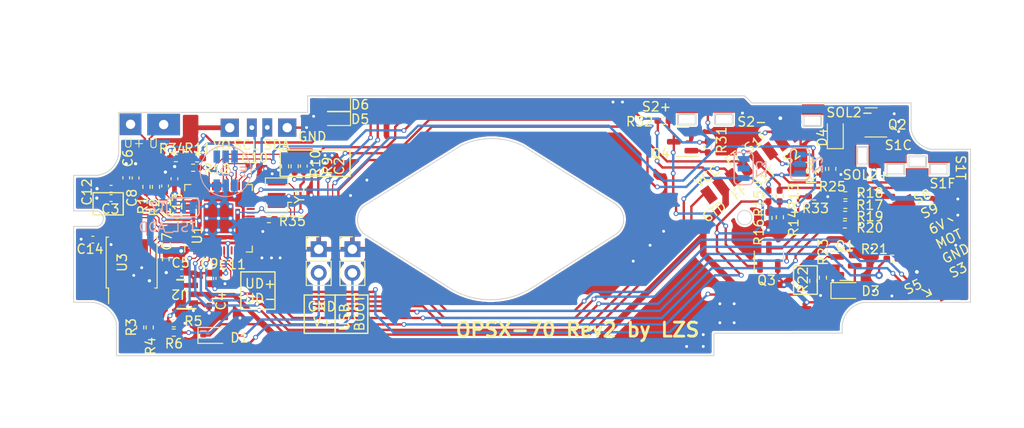
<source format=kicad_pcb>
(kicad_pcb (version 20221018) (generator pcbnew)
  (title_block (title "OPSX-70") (date "2023-05-05") (rev "2"))
  (layers (0 "F.Cu" signal) (31 "B.Cu" signal) (34 "B.Paste" user) (35 "F.Paste" user) (36 "B.SilkS" user "B.Silkscreen") (37 "F.SilkS" user "F.Silkscreen") (38 "B.Mask" user) (39 "F.Mask" user) (44 "Edge.Cuts" user))
  (net 0 "")
  (net 1 "+1V1")
  (net 2 "GND")
  (net 3 "VCC")
  (net 4 "/S8")
  (net 5 "/S8-3")
  (net 6 "/S3")
  (net 7 "/S5")
  (net 8 "+3.3V")
  (net 11 "/XIN")
  (net 12 "/XOUT")
  (net 23 "Net-(U1-USB_DP)")
  (net 24 "/USB_D+")
  (net 25 "Net-(U1-USB_DM)")
  (net 26 "/USB_D-")
  (net 27 "/~{USB_BOOT}")
  (net 28 "/QSPI_SS")
  (net 29 "/QSPI_SD3")
  (net 30 "/QSPI_SCLK")
  (net 31 "/QSPI_SD0")
  (net 32 "/QSPI_SD2")
  (net 33 "/QSPI_SD1")
  (net 34 "/MOTOR")
  (net 35 "Net-(U1-GPIO5)")
  (net 36 "Net-(Q1-G)")
  (net 37 "/S9")
  (net 38 "/S9-3")
  (net 39 "/SOL2-")
  (net 40 "/SOL2_MCU")
  (net 41 "/GTD-3")
  (net 42 "/GTD-6")
  (net 43 "VBUS")
  (net 44 "/FF")
  (net 45 "/FT")
  (net 46 "/FT-3")
  (net 48 "/SCL0")
  (net 49 "/SDA0")
  (net 50 "/S1T")
  (net 51 "/S1T-3")
  (net 52 "/S2")
  (net 53 "/S1F")
  (net 54 "/S1F-3")
  (net 55 "/S1F_FPC")
  (net 56 "/SOL1-")
  (net 57 "Net-(Q2-G)")
  (net 58 "/SOL1_MCU")
  (net 61 "Net-(Q4-B)")
  (net 62 "Net-(Q3-G)")
  (net 63 "/S1F_PF_MCU")
  (net 64 "Net-(D5-A)")
  (net 65 "/LED1")
  (net 66 "/LED2")
  (net 68 "/SCL1")
  (net 69 "Net-(U1-XOUT)")
  (net 70 "/SDA1")
  (footprint "Resistor_SMD:R_0402_1005Metric_Pad0.72x0.64mm_HandSolder" (layer "F.Cu") (at 48 65.3 -90)
    (fp_text reference "R10")
    (fp_text value "12k")
  )
  (footprint "Resistor_SMD:R_0402_1005Metric_Pad0.72x0.64mm_HandSolder" (layer "F.Cu") (at 46.275 70.95 180)
    (fp_text reference "R35")
    (fp_text value "1k")
  )
  (footprint "Capacitor_SMD:C_0402_1005Metric_Pad0.74x0.62mm_HandSolder" (layer "F.Cu") (at 32.025 66.55 90)
    (fp_text reference "C8")
    (fp_text value "100n")
  )
  (footprint "Resistor_SMD:R_0402_1005Metric_Pad0.72x0.64mm_HandSolder" (layer "F.Cu") (at 38.175 65.45)
    (fp_text reference "R12")
    (fp_text value "10k")
  )
  (footprint "Resistor_SMD:R_0402_1005Metric_Pad0.72x0.64mm_HandSolder" (layer "F.Cu") (at 36.325 64.425)
    (fp_text reference "R34")
    (fp_text value "330")
  )
  (footprint "Resistor_SMD:R_0402_1005Metric_Pad0.72x0.64mm_HandSolder" (layer "F.Cu") (at 33.184 67.5 90)
    (fp_text reference "R1")
    (fp_text value "27.4")
  )
  (footprint "Package_TO_SOT_SMD:SOT-23" (layer "F.Cu") (at 99.725 75.025 90)
    (fp_text reference "Q3")
    (fp_text value "Q_PMOS_GSD")
  )
  (footprint "Package_TO_SOT_SMD:SOT-23" (layer "F.Cu") (at 110.65 60.6 180)
    (fp_text reference "Q2")
    (fp_text value "Q_NMOS_GSD")
  )
  (footprint "Resistor_SMD:R_0402_1005Metric_Pad0.72x0.64mm_HandSolder" (layer "F.Cu") (at 106.5 65.575 90)
    (fp_text reference "R25")
    (fp_text value "100k")
  )
  (footprint "OPSX:sx70_i2c" (layer "F.Cu") (at 70 70)
    (fp_text reference "sx1" hide)
    (fp_text value "sx~")
    (fp_line (start -44.602401 -3.7338) (end -42.062401 -3.7338) (stroke (width 0.1)) (layer "Edge.Cuts"))
    (fp_line (start -44.602401 0.0762) (end -44.602401 -3.7338) (stroke (width 0.1)) (layer "Edge.Cuts"))
    (fp_line (start -44.602401 1.7272) (end -42.062401 1.7272) (stroke (width 0.1)) (layer "Edge.Cuts"))
    (fp_line (start -44.602401 9.8552) (end -44.602401 1.7272) (stroke (width 0.1)) (layer "Edge.Cuts"))
    (fp_line (start -42.570401 9.8552) (end -44.602401 9.8552) (stroke (width 0.1)) (layer "Edge.Cuts"))
    (fp_line (start -42.062401 0.0762) (end -44.602401 0.0762) (stroke (width 0.1)) (layer "Edge.Cuts"))
    (fp_line (start -40.030401 15.5702) (end -40.030401 12.0142) (stroke (width 0.1)) (layer "Edge.Cuts"))
    (fp_line (start -39.776401 -10.4648) (end -39.776401 -6.4008) (stroke (width 0.1)) (layer "Edge.Cuts"))
    (fp_line (start -39.776401 -10.4648) (end -19.583401 -10.4648) (stroke (width 0.1)) (layer "Edge.Cuts"))
    (fp_line (start -19.583401 -12.2428) (end 27.152599 -12.2428) (stroke (width 0.1)) (layer "Edge.Cuts"))
    (fp_line (start -19.583401 -10.4648) (end -19.583401 -12.2428) (stroke (width 0.1)) (layer "Edge.Cuts"))
    (fp_line (start -13.614401 -0.4318) (end -3.200401 -6.9088) (stroke (width 0.1)) (layer "Edge.Cuts"))
    (fp_line (start -13.614401 2.4892) (end -4.597401 8.2042) (stroke (width 0.1)) (layer "Edge.Cuts"))
    (fp_line (start 3.403599 -6.9088) (end 13.309599 -0.6858) (stroke (width 0.1)) (layer "Edge.Cuts"))
    (fp_line (start 13.309599 2.6162) (end 4.546599 8.2042) (stroke (width 0.1)) (layer "Edge.Cuts"))
    (fp_line (start 23.850599 13.1572) (end 23.850599 15.5702) (stroke (width 0.1)) (layer "Edge.Cuts"))
    (fp_line (start 23.850599 15.5702) (end -40.030401 15.5702) (stroke (width 0.1)) (layer "Edge.Cuts"))
    (fp_line (start 27.152599 -12.2428) (end 27.914599 -11.4808) (stroke (width 0.1)) (layer "Edge.Cuts"))
    (fp_line (start 27.914599 -11.4808) (end 44.932599 -11.4808) (stroke (width 0.1)) (layer "Edge.Cuts"))
    (fp_line (start 37.566599 12.7762) (end 37.566599 13.1572) (stroke (width 0.1)) (layer "Edge.Cuts"))
    (fp_line (start 37.566599 13.1572) (end 23.850599 13.1572) (stroke (width 0.1)) (layer "Edge.Cuts"))
    (fp_line (start 44.932599 -11.4808) (end 44.932599 -8.6868) (stroke (width 0.1)) (layer "Edge.Cuts"))
    (fp_line (start 47.091599 -6.5278) (end 51.282599 -6.5278) (stroke (width 0.1)) (layer "Edge.Cuts"))
    (fp_line (start 51.282599 -6.5278) (end 51.282599 9.8552) (stroke (width 0.1)) (layer "Edge.Cuts"))
    (fp_line (start 51.282599 9.8552) (end 39.852599 9.8552) (stroke (width 0.1)) (layer "Edge.Cuts"))
    (fp_rect (start 20.015199 -10.287) (end 21.894799 -9.1694) (stroke (width 0.2)) (fill none) (layer "Edge.Cuts"))
    (fp_rect (start 23.977599 -10.287) (end 25.857199 -9.1694) (stroke (width 0.2)) (fill none) (layer "Edge.Cuts"))
    (fp_rect (start 33.426399 -10.1346) (end 35.305999 -9.017) (stroke (width 0.2)) (fill none) (layer "Edge.Cuts"))
    (fp_rect (start 39.166799 -4.9022) (end 40.284399 -6.7818) (stroke (width 0.2)) (fill none) (layer "Edge.Cuts"))
    (fp_rect (start 42.316399 -4.953) (end 44.195999 -3.8354) (stroke (width 0.2)) (fill none) (layer "Edge.Cuts"))
    (fp_rect (start 44.653199 -5.7658) (end 46.532799 -4.6482) (stroke (width 0.2)) (fill none) (layer "Edge.Cuts"))
    (fp_rect (start 46.939199 -4.953) (end 48.818799 -3.8354) (stroke (width 0.2)) (fill none) (layer "Edge.Cuts"))
    (fp_arc (start -42.570401 9.8552) (mid -40.983915 10.562363) (end -40.030401 12.0142) (stroke (width 0.1)) (layer "Edge.Cuts"))
    (fp_arc (start -42.062401 0.0762) (mid -41.427401 0.9017) (end -42.062401 1.7272) (stroke (width 0.1)) (layer "Edge.Cuts"))
    (fp_arc (start -39.776401 -6.4008) (mid -40.406919 -4.628029) (end -42.062401 -3.7338) (stroke (width 0.1)) (layer "Edge.Cuts"))
    (fp_arc (start -13.614401 2.4892) (mid -14.249401 1.0287) (end -13.614401 -0.4318) (stroke (width 0.1)) (layer "Edge.Cuts"))
    (fp_arc (start -3.2004 -6.9088) (mid 0.101599 -7.6708) (end 3.403599 -6.9088) (stroke (width 0.1)) (layer "Edge.Cuts"))
    (fp_arc (start 4.546599 8.2042) (mid -0.025401 9.582063) (end -4.597401 8.2042) (stroke (width 0.1)) (layer "Edge.Cuts"))
    (fp_arc (start 13.309599 -0.685799) (mid 14.198599 0.9652) (end 13.309599 2.6162) (stroke (width 0.1)) (layer "Edge.Cuts"))
    (fp_arc (start 37.566599 12.7762) (mid 38.150724 10.878322) (end 39.852599 9.855201) (stroke (width 0.1)) (layer "Edge.Cuts"))
    (fp_arc (start 47.091599 -6.5278) (mid 45.664323 -7.259524) (end 44.932599 -8.6868) (stroke (width 0.1)) (layer "Edge.Cuts"))
    (fp_circle (center 27.127199 0.7874) (end 27.89971 0.7874) (stroke (width 0.1)) (fill none) (layer "Edge.Cuts"))
  )
  (footprint "Package_TO_SOT_SMD:SOT-23" (layer "F.Cu") (at 107.975 75.95)
    (fp_text reference "Q1")
    (fp_text value "Q_NMOS_GSD")
  )
  (footprint "Resistor_SMD:R_0402_1005Metric_Pad0.72x0.64mm_HandSolder" (layer "F.Cu") (at 99.675 68.475 -90)
    (fp_text reference "R15")
    (fp_text value "10k")
  )
  (footprint "Package_TO_SOT_SMD:SOT-23" (layer "F.Cu") (at 90.5025 62.672 180)
    (fp_text reference "Q4")
    (fp_text value "MMBT3904")
  )
  (footprint "Capacitor_SMD:C_0402_1005Metric_Pad0.74x0.62mm_HandSolder" (layer "F.Cu") (at 39.884 79.7 -90)
    (fp_text reference "C4")
    (fp_text value "0.1u")
  )
  (footprint "Capacitor_SMD:C_0402_1005Metric_Pad0.74x0.62mm_HandSolder" (layer "F.Cu") (at 27.45 73.15 180)
    (fp_text reference "C14")
    (fp_text value "100n")
  )
  (footprint "Resistor_SMD:R_0402_1005Metric_Pad0.72x0.64mm_HandSolder" (layer "F.Cu") (at 93.2 63.225 90)
    (fp_text reference "R31")
    (fp_text value "5.6k")
  )
  (footprint "Capacitor_SMD:C_0402_1005Metric_Pad0.74x0.62mm_HandSolder" (layer "F.Cu") (at 31.025 66.525 90)
    (fp_text reference "C6")
    (fp_text value "100n")
  )
  (footprint "Resistor_SMD:R_0402_1005Metric_Pad0.72x0.64mm_HandSolder" (layer "F.Cu") (at 88.45 60.425)
    (fp_text reference "R32")
    (fp_text value "47k")
  )
  (footprint "Resistor_SMD:R_0402_1005Metric_Pad0.72x0.64mm_HandSolder" (layer "F.Cu") (at 99.675 70.825 -90)
    (fp_text reference "R16")
    (fp_text value "12k")
  )
  (footprint "Capacitor_SMD:C_0402_1005Metric_Pad0.74x0.62mm_HandSolder" (layer "F.Cu") (at 50 65.275 90)
    (fp_text reference "C2")
    (fp_text value "100n")
  )
  (footprint "Resistor_SMD:R_0402_1005Metric_Pad0.72x0.64mm_HandSolder" (layer "F.Cu") (at 36.1025 83.1 180)
    (fp_text reference "R6")
    (fp_text value "10k")
  )
  (footprint "Resistor_SMD:R_0402_1005Metric_Pad0.72x0.64mm_HandSolder" (layer "F.Cu") (at 100.9 70.75 -90)
    (fp_text reference "R14")
    (fp_text value "12k")
  )
  (footprint "Capacitor_SMD:C_0402_1005Metric_Pad0.74x0.62mm_HandSolder" (layer "F.Cu") (at 44.704 65.278)
    (fp_text reference "C10")
    (fp_text value "100n")
  )
  (footprint "Resistor_SMD:R_0402_1005Metric_Pad0.72x0.64mm_HandSolder" (layer "F.Cu") (at 105.5 77.216 90)
    (fp_text reference "R23")
    (fp_text value "100k")
  )
  (footprint "Crystal:Resonator_SMD_Murata_CSTxExxV-3Pin_3.0x1.1mm" (layer "F.Cu") (at 47.1 68.35 90)
    (fp_text reference "Y1")
    (fp_text value "Crystal_GND2")
  )
  (footprint "Diode_SMD:D_SOD-323" (layer "F.Cu") (at 106.825 61.8 90)
    (fp_text reference "D4")
    (fp_text value "1N4148WS")
  )
  (footprint "Resistor_SMD:R_0402_1005Metric_Pad0.72x0.64mm_HandSolder" (layer "F.Cu") (at 107.9 68.4)
    (fp_text reference "R18")
    (fp_text value "12k")
  )
  (footprint "Resistor_SMD:R_0402_1005Metric_Pad0.72x0.64mm_HandSolder" (layer "F.Cu") (at 36.1025 82.1)
    (fp_text reference "R5")
    (fp_text value "12k")
  )
  (footprint "Resistor_SMD:R_0402_1005Metric_Pad0.72x0.64mm_HandSolder" (layer "F.Cu") (at 107.875 70.5 180)
    (fp_text reference "R19")
    (fp_text value "10k")
  )
  (footprint "Diode_SMD:D_0603_1608Metric_Pad1.05x0.95mm_HandSolder" (layer "F.Cu") (at 53.34 60.198 180)
    (fp_text reference "D5")
    (fp_text value "LED")
  )
  (footprint "Connector_PinHeader_2.54mm:PinHeader_1x02_P2.54mm_Vertical" (layer "F.Cu") (at 55.2 74.175)
    (fp_text reference "J1" hide)
    (fp_text value "Conn_01x02")
  )
  (footprint "Diode_SMD:D_0603_1608Metric_Pad1.05x0.95mm_HandSolder" (layer "F.Cu") (at 53.34 58.674 180)
    (fp_text reference "D6")
    (fp_text value "LED")
  )
  (footprint "Resistor_SMD:R_0402_1005Metric_Pad0.72x0.64mm_HandSolder" (layer "F.Cu") (at 49.025 65.3 90)
    (fp_text reference "R9")
    (fp_text value "10k")
  )
  (footprint "Resistor_SMD:R_0402_1005Metric_Pad0.72x0.64mm_HandSolder" (layer "F.Cu") (at 107.9 69.425 180)
    (fp_text reference "R17")
    (fp_text value "10k")
  )
  (footprint "Capacitor_SMD:C_0402_1005Metric_Pad0.74x0.62mm_HandSolder" (layer "F.Cu") (at 29.4 67.7 180)
    (fp_text reference "C12")
    (fp_text value "100n")
  )
  (footprint "Diode_SMD:D_SOD-323" (layer "F.Cu") (at 107.975 78.6)
    (fp_text reference "D3")
    (fp_text value "1N4148WS")
  )
  (footprint "Resistor_SMD:R_0402_1005Metric_Pad0.72x0.64mm_HandSolder" (layer "F.Cu") (at 104.575 68.525 180)
    (fp_text reference "R33")
    (fp_text value "2.7k")
  )
  (footprint "Diode_SMD:D_SOD-323" (layer "F.Cu") (at 40.3 83.4)
    (fp_text reference "D1")
    (fp_text value "1N4148WS")
  )
  (footprint "Resistor_SMD:R_0402_1005Metric_Pad0.72x0.64mm_HandSolder" (layer "F.Cu") (at 105.4 65.575 90)
    (fp_text reference "R24")
    (fp_text value "120")
  )
  (footprint "Package_SO:SOIC-8_5.23x5.23mm_P1.27mm" (layer "F.Cu") (at 31.6 75.6 90)
    (fp_text reference "U3")
    (fp_text value "W25Q128JVS")
  )
  (footprint "Capacitor_SMD:C_0402_1005Metric_Pad0.74x0.62mm_HandSolder" (layer "F.Cu") (at 35.25 75.3 -90)
    (fp_text reference "C7")
    (fp_text value "100n")
  )
  (footprint "Capacitor_SMD:C_0402_1005Metric_Pad0.74x0.62mm_HandSolder" (layer "F.Cu") (at 35.175 67.4 90)
    (fp_text reference "C1")
    (fp_text value "100n")
  )
  (footprint "Resistor_SMD:R_0402_1005Metric_Pad0.72x0.64mm_HandSolder" (layer "F.Cu") (at 34.2 67.5 90)
    (fp_text reference "R2")
    (fp_text value "27.4")
  )
  (footprint "Resistor_SMD:R_0402_1005Metric_Pad0.72x0.64mm_HandSolder" (layer "F.Cu") (at 112.9275 75.184)
    (fp_text reference "R21")
    (fp_text value "120")
  )
  (footprint "Connector_PinHeader_2.54mm:PinHeader_1x02_P2.54mm_Vertical" (layer "F.Cu") (at 51.6 74.175)
    (fp_text reference "J3" hide)
    (fp_text value "Conn_01x02")
  )
  (footprint "Resistor_SMD:R_0402_1005Metric_Pad0.72x0.64mm_HandSolder" (layer "F.Cu") (at 38.6 64.45)
    (fp_text reference "R11")
    (fp_text value "10k")
  )
  (footprint "Resistor_SMD:R_0402_1005Metric_Pad0.72x0.64mm_HandSolder" (layer "F.Cu") (at 33.528 82.55 90)
    (fp_text reference "R4")
    (fp_text value "10k")
  )
  (footprint "Resistor_SMD:R_0402_1005Metric_Pad0.72x0.64mm_HandSolder" (layer "F.Cu") (at 100.875 68.475 -90)
    (fp_text reference "R13")
    (fp_text value "10k")
  )
  (footprint "Capacitor_SMD:C_0402_1005Metric_Pad0.74x0.62mm_HandSolder" (layer "F.Cu") (at 29.4 68.7 180)
    (fp_text reference "C3")
    (fp_text value "1u")
  )
  (footprint "Resistor_SMD:R_0402_1005Metric_Pad0.72x0.64mm_HandSolder" (layer "F.Cu") (at 107.85 71.525)
    (fp_text reference "R20")
    (fp_text value "12k")
  )
  (footprint "Capacitor_SMD:C_0402_1005Metric_Pad0.74x0.62mm_HandSolder" (layer "F.Cu") (at 40 77.3 -90)
    (fp_text reference "C9")
    (fp_text value "100n")
  )
  (footprint "Capacitor_SMD:C_0402_1005Metric_Pad0.74x0.62mm_HandSolder" (layer "F.Cu") (at 36.175 66.625 90)
    (fp_text reference "C13")
    (fp_text value "1u")
  )
  (footprint "Capacitor_SMD:C_0402_1005Metric_Pad0.74x0.62mm_HandSolder" (layer "F.Cu") (at 36.95 76.7 180)
    (fp_text reference "C5")
    (fp_text value "1u")
  )
  (footprint "RP2040_minimal:RP2040-QFN-56" (layer "F.Cu") (at 40.8875 70.8625 90)
    (fp_text reference "U1")
    (fp_text value "RP2040")
  )
  (footprint "Resistor_SMD:R_0402_1005Metric_Pad0.72x0.64mm_HandSolder" (layer "F.Cu") (at 32.512 82.55 90)
    (fp_text reference "R3")
    (fp_text value "1k")
  )
  (footprint "TI_footprints:DBV0005A_N" (layer "F.Cu") (at 36.825 78.994 180)
    (fp_text reference "U2")
    (fp_text value "TLV70433DBVR")
  )
  (footprint "Resistor_SMD:R_0402_1005Metric_Pad0.72x0.64mm_HandSolder" (layer "F.Cu") (at 104.475 77.566 90)
    (fp_text reference "R22")
    (fp_text value "120")
  )
  (footprint "Capacitor_SMD:C_0402_1005Metric_Pad0.74x0.62mm_HandSolder" (layer "F.Cu") (at 40.975 77.3 -90)
    (fp_text reference "C11")
    (fp_text value "100n")
  )
  (footprint "OPSX:Selector_default" (layer "B.Cu") (at 96.9772 65.5828 90)
    (fp_text reference "Z3")
    (fp_text value "~")
  )
  (footprint "OPSX:Selector_default" (layer "B.Cu") (at 103 65.1 90)
    (fp_text reference "Z2")
    (fp_text value "~")
  )
  (footprint "OPSX:TMB6-1.55-3.8X2.6MM" (layer "B.Cu") (at 41.65 65.8 90)
    (fp_text reference "U4")
    (fp_text value "OPTICAL-TSL2561T(6P-3.8X2.6MM)")
  )
  (footprint "OPSX:Selector_default" (layer "B.Cu") (at 37.0332 69.6492)
    (fp_text reference "Z1")
    (fp_text value "~")
  )
  (gr_rect locked (start 43.275 76.6) (end 46.925 80.6) (stroke (width 0.15)) (fill none) (layer "F.SilkS"))
  (gr_rect (start 50.05 79.075) (end 53.35 83.175) (stroke (width 0.15)) (fill none) (layer "F.SilkS"))
  (gr_line (start 116.84 78.486) (end 117.094 78.994) (stroke (width 0.15)) (layer "F.SilkS"))
  (gr_rect (start 47.475 63.55) (end 54.95 66.375) (stroke (width 0.15)) (fill none) (layer "F.SilkS"))
  (gr_line (start 119.38 71.12) (end 118.872 70.866) (stroke (width 0.15)) (layer "F.SilkS"))
  (gr_line (start 117.094 78.994) (end 116.586 79.248) (stroke (width 0.15)) (layer "F.SilkS"))
  (gr_rect (start 53.35 79.075) (end 56.85 83.175) (stroke (width 0.15)) (fill none) (layer "F.SilkS"))
  (gr_rect (start 102.362 75.946) (end 104.902 78.994) (stroke (width 0.15)) (fill none) (layer "F.SilkS"))
  (gr_rect (start 27.475 68.125) (end 30.7 70.5) (stroke (width 0.15)) (fill none) (layer "F.SilkS"))
  (gr_line (start 116.078 78.486) (end 117.094 78.994) (stroke (width 0.15)) (layer "F.SilkS"))
  (gr_line (start 117.094 78.994) (end 116.84 78.486) (stroke (width 0.15)) (layer "F.SilkS"))
  (gr_text "TSL_ADD" (at 38.6 72.4) (layer "B.SilkS") (effects (font (size 1 1)) (justify left bottom mirror)))
  (gr_text "V+" (at 50.9 82.6) (layer "F.SilkS") (effects (font (size 1 1)) (justify left bottom)))
  (gr_text locked "UD+\nUD-" (at 43.625 80.05) (layer "F.SilkS") (effects (font (size 1 1)) (justify left bottom)))
  (gr_text "GND" (at 50.3 80.9) (layer "F.SilkS") (effects (font (size 1 1)) (justify left bottom)))
  (gr_text "USB\nBOOT" (at 56.55 83.05 90) (layer "F.SilkS") (effects (font (size 1 1)) (justify left bottom)))
  (gr_text "OPSX-70 Rev2 by LZS" (at 66.075 83.675) (layer "F.SilkS") (effects (font (size 1.5 1.5) (thickness 0.3) bold) (justify left bottom)))
  (segment (start 36.035 69.06) (end 35.175 68.2) (width 0.127) (layer "F.Cu") (net 1))
  (segment (start 35.045 70.953) (end 35.045 70.745) (width 0.127) (layer "F.Cu") (net 1))
  (segment (start 37.45 69.0625) (end 37.4475 69.06) (width 0.127) (layer "F.Cu") (net 1))
  (segment (start 35.045 70.953) (end 35.1545 71.0625) (width 0.127) (layer "F.Cu") (net 1))
  (segment (start 35.175 68.2) (end 35.175 67.9675) (width 0.127) (layer "F.Cu") (net 1))
  (segment (start 37.4475 69.06) (end 36.035 69.06) (width 0.127) (layer "F.Cu") (net 1))
  (segment (start 35.045 70.745) (end 34.4 70.1) (width 0.127) (layer "F.Cu") (net 1))
  (segment (start 45.5 69.825) (end 45.0625 70.2625) (width 0.127) (layer "F.Cu") (net 1))
  (segment (start 50 66.975) (end 49.65 67.325) (width 0.254) (layer "F.Cu") (net 1))
  (segment (start 49.65 70.05) (end 49.7 70.1) (width 0.254) (layer "F.Cu") (net 1))
  (segment (start 30.4 68.7) (end 29.9675 68.7) (width 0.127) (layer "F.Cu") (net 1))
  (segment (start 31.8 70.1) (end 30.4 68.7) (width 0.127) (layer "F.Cu") (net 1))
  (segment (start 35.1545 71.0625) (end 37.45 71.0625) (width 0.127) (layer "F.Cu") (net 1))
  (segment (start 49.65 67.325) (end 49.65 70.05) (width 0.254) (layer "F.Cu") (net 1))
  (segment (start 34.4 70.1) (end 31.8 70.1) (width 0.127) (layer "F.Cu") (net 1))
  (segment (start 45.0625 70.2625) (end 44.325 70.2625) (width 0.127) (layer "F.Cu") (net 1))
  (segment (start 50 65.8425) (end 50 66.975) (width 0.254) (layer "F.Cu") (net 1))
  (via (at 49.7 70.1) (size 0.51) (drill 0.31) (layers "F.Cu" "B.Cu") (net 1))
  (via (at 45.5 69.825) (size 0.51) (drill 0.31) (layers "F.Cu" "B.Cu") (net 1))
  (via (at 42.942 70.223544) (size 0.51) (drill 0.31) (layers "F.Cu" "B.Cu") (net 1))
  (via (at 38.833 71.1115) (size 0.51) (drill 0.31) (layers "F.Cu" "B.Cu") (net 1))
  (via (at 35.045 70.953) (size 0.51) (drill 0.31) (layers "F.Cu" "B.Cu") (net 1))
  (segment (start 45.5 69.825) (end 45.875 70.2) (width 0.127) (layer "B.Cu") (net 1))
  (segment (start 45.5 69.825) (end 45.101456 70.223544) (width 0.127) (layer "B.Cu") (net 1))
  (segment (start 35.045 70.953) (end 38.6745 70.953) (width 0.127) (layer "B.Cu") (net 1))
  (segment (start 38.6745 70.953) (end 38.833 71.1115) (width 0.127) (layer "B.Cu") (net 1))
  (segment (start 49.6 70.2) (end 49.7 70.1) (width 0.127) (layer "B.Cu") (net 1))
  (segment (start 45.875 70.2) (end 49.6 70.2) (width 0.127) (layer "B.Cu") (net 1))
  (segment (start 45.101456 70.223544) (end 42.942 70.223544) (width 0.127) (layer "B.Cu") (net 1))
  (segment (start 45.974 65.501) (end 45.925 65.55) (width 0.254) (layer "F.Cu") (net 2))
  (segment (start 96.291 58.991) (end 94.902 58.991) (width 0.7) (layer "F.Cu") (net 2))
  (segment (start 48.2322 61.1608) (end 50.2892 61.1608) (width 0.254) (layer "F.Cu") (net 2))
  (segment (start 31.009 65.9415) (end 31.009 65.026) (width 0.254) (layer "F.Cu") (net 2))
  (segment (start 50.85 64.77) (end 50.85 68.3315) (width 0.254) (layer "F.Cu") (net 2))
  (segment (start 47.25 68.5) (end 48.4 68.5) (width 0.127) (layer "F.Cu") (net 2))
  (segment (start 40.3 77.8675) (end 40.3 77.8955) (width 0.254) (layer "F.Cu") (net 2))
  (segment (start 36.7 82.1) (end 37.3 82.1) (width 0.254) (layer "F.Cu") (net 2))
  (segment (start 35.325 76.7) (end 35.3 76.675) (width 0.254) (layer "F.Cu") (net 2))
  (segment (start 50.85 64.77) (end 50.0625 64.77) (width 0.254) (layer "F.Cu") (net 2))
  (segment (start 45.4 72.275) (end 45.625 72.275) (width 0.127) (layer "F.Cu") (net 2))
  (segment (start 32.025 65.9825) (end 32.025 65.026) (width 0.254) (layer "F.Cu") (net 2))
  (segment (start 103.124 63.1565) (end 102.616 63.6645) (width 0.254) (layer "F.Cu") (net 2))
  (segment (start 47.6625 65.7) (end 48 66.0375) (width 0.127) (layer "F.Cu") (net 2))
  (segment (start 103.124 62.510666) (end 103.124 63.1565) (width 0.254) (layer "F.Cu") (net 2))
  (segment (start 45.974 65.278) (end 45.974 65.501) (width 0.254) (layer "F.Cu") (net 2))
  (segment (start 96.9 59.6) (end 96.291 58.991) (width 0.7) (layer "F.Cu") (net 2))
  (segment (start 105.1725 68.525) (end 106 68.525) (width 0.254) (layer "F.Cu") (net 2))
  (segment (start 115.55 76.6) (end 116.562 75.588) (width 0.7) (layer "F.Cu") (net 2))
  (segment (start 38.200001 80.750001) (end 38.200001 79.944001) (width 0.254) (layer "F.Cu") (net 2))
  (segment (start 105.7885 77.525) (end 106.55 77.525) (width 0.254) (layer "F.Cu") (net 2))
  (segment (start 41.575 77.8675) (end 40.975 77.8675) (width 0.254) (layer "F.Cu") (net 2))
  (segment (start 35.25 76.625) (end 35.3 76.675) (width 0.254) (layer "F.Cu") (net 2))
  (segment (start 33.505 77.555) (end 33.505 79.2) (width 0.127) (layer "F.Cu") (net 2))
  (segment (start 47.1 68.35) (end 47.25 68.5) (width 0.127) (layer "F.Cu") (net 2))
  (segment (start 107.0375 76.9) (end 107.0375 77.0375) (width 0.254) (layer "F.Cu") (net 2))
  (segment (start 33.5 77.55) (end 33.505 77.555) (width 0.127) (layer "F.Cu") (net 2))
  (segment (start 39.044001 79.944001) (end 38.200001 79.944001) (width 0.254) (layer "F.Cu") (net 2))
  (segment (start 39.3675 80.2675) (end 39.044001 79.944001) (width 0.254) (layer "F.Cu") (net 2))
  (segment (start 39.884 80.2675) (end 39.3675 80.2675) (width 0.254) (layer "F.Cu") (net 2))
  (segment (start 105.5 77.8135) (end 105.7885 77.525) (width 0.254) (layer "F.Cu") (net 2))
  (segment (start 50.85 68.3315) (end 50.8 68.3815) (width 0.254) (layer "F.Cu") (net 2))
  (segment (start 105.5 77.8135) (end 105.5 78.875) (width 0.254) (layer "F.Cu") (net 2))
  (segment (start 106.5 66.1725) (end 107.4225 66.1725) (width 0.254) (layer "F.Cu") (net 2))
  (segment (start 26.8825 73.15) (end 26.25 73.15) (width 0.127) (layer "F.Cu") (net 2))
  (segment (start 35.25 75.8675) (end 35.25 76.625) (width 0.254) (layer "F.Cu") (net 2))
  (segment (start 28.8575 67.69) (end 27.901 67.69) (width 0.127) (layer "F.Cu") (net 2))
  (segment (start 50.2892 61.1608) (end 50.3 61.15) (width 0.254) (layer "F.Cu") (net 2))
  (segment (start 35.209 66.7985) (end 35.209 65.9165) (width 0.254) (layer "F.Cu") (net 2))
  (segment (start 45.974 65.278) (end 45.2715 65.278) (width 0.254) (layer "F.Cu") (net 2))
  (segment (start 116.562 75.588) (end 117.244 75.588) (width 0.254) (layer "F.Cu") (net 2))
  (segment (start 96.378 61.722) (end 96.9 61.2) (width 0.254) (layer "F.Cu") (net 2))
  (segment (start 100.95 60.15) (end 100.95 60.336666) (width 0.254) (layer "F.Cu") (net 2))
  (segment (start 109.375 68.4) (end 108.4975 68.4) (width 0.254) (layer "F.Cu") (net 2))
  (segment (start 117.862 75.588) (end 117.244 75.588) (width 0.254) (layer "F.Cu") (net 2))
  (segment (start 36.3825 76.7) (end 35.325 76.7) (width 0.254) (layer "F.Cu") (net 2))
  (segment (start 39.884 80.2675) (end 39.884 81) (width 0.254) (layer "F.Cu") (net 2))
  (segment (start 105.5 78.875) (end 105.25 79.125) (width 0.254) (layer "F.Cu") (net 2))
  (segment (start 106 68.525) (end 106.025 68.55) (width 0.254) (layer "F.Cu") (net 2))
  (segment (start 44.9875 71.8625) (end 44.325 71.8625) (width 0.127) (layer "F.Cu") (net 2))
  (segment (start 107.0375 77.0375) (end 106.55 77.525) (width 0.254) (layer "F.Cu") (net 2))
  (segment (start 111.5875 59.65) (end 113.1 59.65) (width 0.254) (layer "F.Cu") (net 2))
  (segment (start 26.25 73.15) (end 26.2 73.1) (width 0.127) (layer "F.Cu") (net 2))
  (segment (start 36.2 66.1325) (end 36.2 65.325) (width 0.254) (layer "F.Cu") (net 2))
  (segment (start 113.1 59.65) (end 113.125 59.675) (width 0.254) (layer "F.Cu") (net 2))
  (segment (start 100.95 60.336666) (end 103.124 62.510666) (width 0.254) (layer "F.Cu") (net 2))
  (segment (start 119.7 73.75) (end 117.862 75.588) (width 0.7) (layer "F.Cu") (net 2))
  (segment (start 27.876 68.7) (end 28.8425 68.7) (width 0.127) (layer "F.Cu") (net 2))
  (segment (start 91.44 61.722) (end 96.378 61.722) (width 0.254) (layer "F.Cu") (net 2))
  (segment (start 108.4475 71.525) (end 109.45 71.525) (width 0.254) (layer "F.Cu") (net 2))
  (segment (start 40 77.8955) (end 40.5 78.3955) (width 0.254) (layer "F.Cu") (net 2))
  (segment (start 50 64.7075) (end 50 64.8325) (width 0.254) (layer "F.Cu") (net 2))
  (segment (start 45.4 72.275) (end 44.9875 71.8625) (width 0.127) (layer "F.Cu") (net 2))
  (segment (start 96.9 61.2) (end 96.9 59.6) (width 0.254) (layer "F.Cu") (net 2))
  (segment (start 99.675 71.4225) (end 99.675 72.125) (width 0.254) (layer "F.Cu") (net 2))
  (segment (start 107.4225 66.1725) (end 107.425 66.175) (width 0.254) (layer "F.Cu") (net 2))
  (segment (start 47.3 65.7) (end 47.6625 65.7) (width 0.127) (layer "F.Cu") (net 2))
  (via (at 112.875 79.175) (size 0.51) (drill 0.31) (layers "F.Cu" "B.Cu") (net 2))
  (via (at 92.71 83.312) (size 0.51) (drill 0.31) (layers "F.Cu" "B.Cu") (net 2))
  (via (at 113.125 59.675) (size 0.51) (drill 0.31) (layers "F.Cu" "B.Cu") (net 2))
  (via (at 113.6 61.575) (size 0.51) (drill 0.31) (layers "F.Cu" "B.Cu") (net 2))
  (via (at 45.925 65.55) (size 0.51) (drill 0.31) (layers "F.Cu" "B.Cu") (net 2))
  (via (at 50.85 64.77) (size 0.51) (drill 0.31) (layers "F.Cu" "B.Cu") (net 2))
  (via (at 38.200001 80.750001) (size 0.51) (drill 0.31) (layers "F.Cu" "B.Cu") (net 2))
  (via (at 106.55 77.525) (size 0.51) (drill 0.31) (layers "F.Cu" "B.Cu") (net 2))
  (via (at 119.7 73.75) (size 0.51) (drill 0.31) (layers "F.Cu" "B.Cu") (net 2))
  (via (at 119.925 68.8) (size 0.51) (drill 0.31) (layers "F.Cu" "B.Cu") (net 2))
  (via (at 52.275 64.125) (size 0.51) (drill 0.31) (layers "F.Cu" "B.Cu") (net 2))
  (via (at 106.025 68.55) (size 0.51) (drill 0.31) (layers "F.Cu" "B.Cu") (net 2))
  (via (at 50.8 68.3815) (size 0.51) (drill 0.31) (layers "F.Cu" "B.Cu") (net 2))
  (via (at 48.4 68.5) (size 0.51) (drill 0.31) (layers "F.Cu" "B.Cu") (net 2))
  (via (at 105.25 79.125) (size 0.51) (drill 0.31) (layers "F.Cu" "B.Cu") (net 2))
  (via (at 53.025 64.125) (size 0.51) (drill 0.31) (layers "F.Cu" "B.Cu") (net 2))
  (via (at 51.054 59.944) (size 0.51) (drill 0.31) (layers "F.Cu" "B.Cu") (net 2))
  (via (at 41.575 77.8675) (size 0.51) (drill 0.31) (layers "F.Cu" "B.Cu") (net 2))
  (via (at 52.275 64.925) (size 0.51) (drill 0.31) (layers "F.Cu" "B.Cu") (net 2))
  (via (at 35.3 76.675) (size 0.6) (drill 0.35) (layers "F.Cu" "B.Cu") (net 2))
  (via (at 113.6 60.525) (size 0.51) (drill 0.31) (layers "F.Cu" "B.Cu") (net 2))
  (via (at 84.074 58.42) (size 0.51) (drill 0.31) (layers "F.Cu" "B.Cu") (net 2))
  (via (at 94.488 82.042) (size 0.51) (drill 0.31) (layers "F.Cu" "B.Cu") (net 2))
  (via (at 31.009 65.026) (size 0.6) (drill 0.35) (layers "F.Cu" "B.Cu") (net 2))
  (via (at 110.925 78.65) (size 0.51) (drill 0.31) (layers "F.Cu" "B.Cu") (net 2))
  (via (at 83.058 58.42) (size 0.51) (drill 0.31) (layers "F.Cu" "B.Cu") (net 2))
  (via (at 92.71 84.582) (size 0.51) (drill 0.31) (layers "F.Cu" "B.Cu") (net 2))
  (via (at 47.475 75.1) (size 0.51) (drill 0.31) (layers "F.Cu" "B.Cu") (net 2))
  (via (at 26.2 73.1) (size 0.51) (drill 0.31) (layers "F.Cu" "B.Cu") (net 2))
  (via (at 33.5 77.55) (size 0.6) (drill 0.35) (layers "F.Cu" "B.Cu") (net 2))
  (via (at 31.825 76.975) (size 0.51) (drill 0.31) (layers "F.Cu" "B.Cu") (net 2))
  (via (at 43.18 81.534) (size 0.51) (drill 0.31) (layers "F.Cu" "B.Cu") (net 2))
  (via (at 45.525 75.1) (size 0.51) (drill 0.31) (layers "F.Cu" "B.Cu") (net 2))
  (via (at 109.45 71.525) (size 0.51) (drill 0.31) (layers "F.Cu" "B.Cu") (net 2))
  (via (at 46.625 66.1) (size 0.51) (drill 0.31) (layers "F.Cu" "B.Cu") (net 2))
  (via (at 45.625 72.275) (size 0.51) (drill 0.31) (layers "F.Cu" "B.Cu") (net 2))
  (via (at 109.375 68.4) (size 0.51) (drill 0.31) (layers "F.Cu" "B.Cu") (net 2))
  (via (at 36.2 65.325) (size 0.6) (drill 0.35) (layers "F.Cu" "B.Cu") (net 2))
  (via (at 37.3 82.1) (size 0.51) (drill 0.31) (layers "F.Cu" "B.Cu") (net 2))
  (via (at 29.4 73.675) (size 0.51) (drill 0.31) (layers "F.Cu" "B.Cu") (net 2))
  (via (at 107.425 66.175) (size 0.51) (drill 0.31) (layers "F.Cu" "B.Cu") (net 2))
  (via (at 32.025 65.026) (size 0.6) (drill 0.35) (layers "F.Cu" "B.Cu") (net 2))
  (via (at 27.901 67.69) (size 0.6) (drill 0.35) (layers "F.Cu" "B.Cu") (net 2))
  (via (at 94.488 80.01) (size 0.51) (drill 0.31) (layers "F.Cu" "B.Cu") (net 2))
  (via (at 27.876 68.7) (size 0.6) (drill 0.35) (layers "F.Cu" "B.Cu") (net 2))
  (via (at 87.025 73.75) (size 0.51) (drill 0.31) (layers "F.Cu" "B.Cu") (net 2))
  (via (at 119.925 70.525) (size 0.51) (drill 0.31) (layers "F.Cu" "B.Cu") (net 2))
  (via (at 50.3 61.15) (size 0.51) (drill 0.31) (layers "F.Cu" "B.Cu") (net 2))
  (via (at 35.209 65.9165) (size 0.6) (drill 0.35) (layers "F.Cu" "B.Cu") (net 2))
  (via (at 46.55 75.1) (size 0.51) (drill 0.31) (layers "F.Cu" "B.Cu") (net 2))
  (via (at 100.95 60.15) (size 0.8) (drill 0.4) (layers "F.Cu" "B.Cu") (net 2))
  (via (at 47.3 65.7) (size 0.51) (drill 0.31) (layers "F.Cu" "B.Cu") (net 2))
  (via (at 99.675 72.125) (size 0.51) (drill 0.31) (layers "F.Cu" "B.Cu") (net 2))
  (via (at 55 68.425) (size 0.51) (drill 0.31) (layers "F.Cu" "B.Cu") (net 2))
  (via (at 32.675 76.15) (size 0.51) (drill 0.31) (layers "F.Cu" "B.Cu") (net 2))
  (via (at 110.725 74.075) (size 0.51) (drill 0.31) (layers "F.Cu" "B.Cu") (net 2))
  (via (at 39.884 81) (size 0.6) (drill 0.35) (layers "F.Cu" "B.Cu") (net 2))
  (via (at 96.012 80.01) (size 0.51) (drill 0.31) (layers "F.Cu" "B.Cu") (net 2))
  (via (at 85.225 75.45) (size 0.51) (drill 0.31) (layers "F.Cu" "B.Cu") (net 2))
  (via (at 88.475 72.25) (size 0.51) (drill 0.31) (layers "F.Cu" "B.Cu") (net 2))
  (via (at 96.012 82.042) (size 0.51) (drill 0.31) (layers "F.Cu" "B.Cu") (net 2))
  (via (at 56.75 66.775) (size 0.51) (drill 0.31) (layers "F.Cu" "B.Cu") (net 2))
  (via (at 115.55 76.6) (size 0.8) (drill 0.4) (layers "F.Cu" "B.Cu") (net 2))
  (via (at 90.932 84.582) (size 0.51) (drill 0.31) (layers "F.Cu" "B.Cu") (net 2))
  (via (at 96.9 59.6) (size 0.51) (drill 0.31) (layers "F.Cu" "B.Cu") (net 2))
  (via (at 40.5 78.3955) (size 0.51) (drill 0.31) (layers "F.Cu" "B.Cu") (net 2))
  (segment (start 39.6125 69.5875) (end 39.0125 69.5875) (width 0.254) (layer "B.Cu") (net 2))
  (segment (start 39.6125 70.8625) (end 40.8875 70.8625) (width 0.254) (layer "B.Cu") (net 2))
  (segment (start 40.8875 70.8625) (end 40.8875 72.1375) (width 0.254) (layer "B.Cu") (net 2))
  (segment (start 40.8875 69.5875) (end 40.8875 70.8625) (width 0.254) (layer "B.Cu") (net 2))
  (segment (start 37.4 68.5) (end 37.084 68.816) (width 0.254) (layer "B.Cu") (net 2))
  (segment (start 37.084 68.816) (end 37.084 69.7) (width 0.254) (layer "B.Cu") (net 2))
  (segment (start 39.0125 69.5875) (end 38.875 69.725) (width 0.254) (layer "B.Cu") (net 2))
  (segment (start 50.6815 68.5) (end 50.8 68.3815) (width 0.254) (layer "B.Cu") (net 2))
  (segment (start 41.3 68.5) (end 37.4 68.5) (width 0.254) (layer "B.Cu") (net 2))
  (segment (start 40.8875 70.8625) (end 42.1625 70.8625) (width 0.254) (layer "B.Cu") (net 2))
  (segment (start 41.65 68.15) (end 41.3 68.5) (width 0.254) (layer "B.Cu") (net 2))
  (segment (start 38.1 69.7) (end 37.084 69.7) (width 0.254) (layer "B.Cu") (net 2))
  (segment (start 41.65 67.35) (end 41.65 68.15) (width 0.254) (layer "B.Cu") (net 2))
  (segment (start 38.125 69.725) (end 38.1 69.7) (width 0.254) (layer "B.Cu") (net 2))
  (segment (start 38.875 69.725) (end 38.125 69.725) (width 0.254) (layer "B.Cu") (net 2))
  (segment (start 48.4 68.5) (end 50.6815 68.5) (width 0.254) (layer "B.Cu") (net 2))
  (segment (start 47.778 84.328) (end 45.6 82.15) (width 0.7) (layer "F.Cu") (net 3))
  (segment (start 92.71 74.676) (end 92.71 72.644) (width 0.7) (layer "F.Cu") (net 3))
  (segment (start 106.825 62.85) (end 106.825 63.35) (width 0.508) (layer "F.Cu") (net 3))
  (segment (start 87.8525 61.6475) (end 87.8525 60.425) (width 0.254) (layer "F.Cu") (net 3))
  (segment (start 101.346 77.796) (end 101.346 77.978) (width 0.254) (layer "F.Cu") (net 3))
  (segment (start 95.1 69.325) (end 95.1 67.869302) (width 0.7) (layer "F.Cu") (net 3))
  (segment (start 39.884 79.1325) (end 39.7515 79) (width 0.254) (layer "F.Cu") (net 3))
  (segment (start 100.675 75.9625) (end 100.675 77.125) (width 0.254) (layer "F.Cu") (net 3))
  (segment (start 101.346 77.978) (end 106.199 73.125) (width 0.7) (layer "F.Cu") (net 3))
  (segment (start 88.35 65.425) (end 92.655698 65.425) (width 0.254) (layer "F.Cu") (net 3))
  (segment (start 103.775 79.85) (end 103.5788 80.0462) (width 0.508) (layer "F.Cu") (net 3))
  (segment (start 117.825 70.875) (end 116.257779 72.442221) (width 0.508) (layer "F.Cu") (net 3))
  (segment (start 39.884 79.1325) (end 39.7455 78.994) (width 0.5) (layer "F.Cu") (net 3))
  (segment (start 87.775 64.725) (end 87.775 64.85) (width 0.254) (layer "F.Cu") (net 3))
  (segment (start 92.71 71.715) (end 95.1 69.325) (width 0.7) (layer "F.Cu") (net 3))
  (segment (start 45.6 82.15) (end 42.55 79.1) (width 0.5) (layer "F.Cu") (net 3))
  (segment (start 116.725 68.725) (end 117.275 68.725) (width 0.508) (layer "F.Cu") (net 3))
  (segment (start 42.55 79.1) (end 39.9165 79.1) (width 0.5) (layer "F.Cu") (net 3))
  (segment (start 95.1 67.869302) (end 94.440636 67.209938) (width 0.7) (layer "F.Cu") (net 3))
  (segment (start 105.675 79.85) (end 106.925 78.6) (width 0.254) (layer "F.Cu") (net 3))
  (segment (start 107.623 64.148) (end 108.502281 64.148) (width 0.508) (layer "F.Cu") (net 3))
  (segment (start 103.5788 80.0462) (end 103.5788 81.5316) (width 0.508) (layer "F.Cu") (net 3))
  (segment (start 115.107779 72.442221) (end 115.709701 72.442221) (width 0.7) (layer "F.Cu") (net 3))
  (segment (start 116.257779 72.442221) (end 115.709701 72.442221) (width 0.508) (layer "F.Cu") (net 3))
  (segment (start 96.012 77.978) (end 92.71 74.676) (width 0.7) (layer "F.Cu") (net 3))
  (segment (start 45.55 82.2) (end 41.15 82.2) (width 0.254) (layer "F.Cu") (net 3))
  (segment (start 117.825 69.275) (end 117.825 70.875) (width 0.508) (layer "F.Cu") (net 3))
  (segment (start 103.775 79.85) (end 105.675 79.85) (width 0.254) (layer "F.Cu") (net 3))
  (segment (start 92.71 72.644) (end 92.71 72.76) (width 0.7) (layer "F.Cu") (net 3))
  (segment (start 41.15 82.2) (end 39.95 83.4) (width 0.254) (layer "F.Cu") (net 3))
  (segment (start 113.1 64.242963) (end 113.250918 64.393881) (width 0.508) (layer "F.Cu") (net 3))
  (segment (start 117.275 68.725) (end 117.825 69.275) (width 0.508) (layer "F.Cu") (net 3))
  (segment (start 81.142 84.328) (end 47.778 84.328) (width 0.7) (layer "F.Cu") (net 3))
  (segment (start 100.675 77.125) (end 101.346 77.796) (width 0.254) (layer "F.Cu") (net 3))
  (segment (start 114.425 73.125) (end 115.107779 72.442221) (width 0.7) (layer "F.Cu") (net 3))
  (segment (start 39.7455 78.994) (end 38.5 78.994) (width 0.5) (layer "F.Cu") (net 3))
  (segment (start 39.95 83.4) (end 39.05 83.4) (width 0.254) (layer "F.Cu") (net 3))
  (segment (start 106.825 63.35) (end 107.623 64.148) (width 0.508) (layer "F.Cu") (net 3))
  (segment (start 92.655698 65.425) (end 94.440636 67.209938) (width 0.254) (layer "F.Cu") (net 3))
  (segment (start 92.71 72.644) (end 92.71 71.715) (width 0.7) (layer "F.Cu") (net 3))
  (segment (start 45.6 82.15) (end 45.55 82.2) (width 0.254) (layer "F.Cu") (net 3))
  (segment (start 110.9594 65.6844) (end 110.9594 64.148) (width 0.508) (layer "F.Cu") (net 3))
  (segment (start 87.775 61.725) (end 87.8525 61.6475) (width 0.254) (layer "F.Cu") (net 3))
  (segment (start 101.346 77.978) (end 96.012 77.978) (width 0.7) (layer "F.Cu") (net 3))
  (segment (start 87.775 64.85) (end 88.35 65.425) (width 0.254) (layer "F.Cu") (net 3))
  (segment (start 106.199 73.125) (end 114.425 73.125) (width 0.7) (layer "F.Cu") (net 3))
  (segment (start 92.71 72.76) (end 81.142 84.328) (width 0.7) (layer "F.Cu") (net 3))
  (via (at 103.775 79.85) (size 0.51) (drill 0.31) (layers "F.Cu" "B.Cu") (net 3))
  (via (at 101.346 77.978) (size 0.51) (drill 0.31) (layers "F.Cu" "B.Cu") (net 3))
  (via (at 116.725 68.725) (size 0.51) (drill 0.31) (layers "F.Cu" "B.Cu") (net 3))
  (via (at 110.9594 65.6844) (size 0.51) (drill 0.31) (layers "F.Cu" "B.Cu") (net 3))
  (via (at 87.775 61.725) (size 0.51) (drill 0.31) (layers "F.Cu" "B.Cu") (net 3))
  (via (at 87.775 64.725) (size 0.51) (drill 0.31) (layers "F.Cu" "B.Cu") (net 3))
  (segment (start 110.95 66.7) (end 112.975 68.725) (width 0.508) (layer "B.Cu") (net 3))
  (segment (start 110.95 65.6938) (end 110.95 66.7) (width 0.508) (layer "B.Cu") (net 3))
  (segment (start 103.775 79.85) (end 101.903 77.978) (width 0.508) (layer "B.Cu") (net 3))
  (segment (start 101.903 77.978) (end 101.346 77.978) (width 0.508) (layer "B.Cu") (net 3))
  (segment (start 110.9594 65.6844) (end 110.95 65.6938) (width 0.508) (layer "B.Cu") (net 3))
  (segment (start 112.975 68.725) (end 116.725 68.725) (width 0.508) (layer "B.Cu") (net 3))
  (segment (start 87.775 64.725) (end 87.775 61.725) (width 0.254) (layer "B.Cu") (net 3))
  (segment (start 114.046844 69.425) (end 114.175402 69.296442) (width 0.254) (layer "F.Cu") (net 4))
  (segment (start 108.4975 69.425) (end 114.046844 69.425) (width 0.254) (layer "F.Cu") (net 4))
  (segment (start 106.775 69.425) (end 107.3025 69.425) (width 0.254) (layer "F.Cu") (net 5))
  (segment (start 41.775 76.075) (end 40.775 76.075) (width 0.127) (layer "F.Cu") (net 5))
  (segment (start 42.2 76.5) (end 41.775 76.075) (width 0.127) (layer "F.Cu") (net 5))
  (segment (start 46.9 78.575) (end 46.8595 78.5345) (width 0.127) (layer "F.Cu") (net 5))
  (segment (start 107.3025 68.4) (end 107.3025 69.425) (width 0.254) (layer "F.Cu") (net 5))
  (segment (start 46.8595 78.5345) (end 45.0595 78.5345) (width 0.127) (layer "F.Cu") (net 5))
  (segment (start 49.097 80.772) (end 46.9 78.575) (width 0.254) (layer "F.Cu") (net 5))
  (segment (start 61.976 80.772) (end 49.097 80.772) (width 0.254) (layer "F.Cu") (net 5))
  (segment (start 44.402 77.877) (end 42.752 77.877) (width 0.127) (layer "F.Cu") (net 5))
  (segment (start 40.775 76.075) (end 40.2875 75.5875) (width 0.127) (layer "F.Cu") (net 5))
  (segment (start 106.25 70.5) (end 106.25 69.95) (width 0.254) (layer "F.Cu") (net 5))
  (segment (start 42.752 77.877) (end 42.2 77.325) (width 0.127) (layer "F.Cu") (net 5))
  (segment (start 42.2 77.325) (end 42.2 76.5) (width 0.127) (layer "F.Cu") (net 5))
  (segment (start 105.9 70.85) (end 106.25 70.5) (width 0.254) (layer "F.Cu") (net 5))
  (segment (start 105.475 70.85) (end 105.9 70.85) (width 0.254) (layer "F.Cu") (net 5))
  (segment (start 106.25 69.95) (end 106.775 69.425) (width 0.254) (layer "F.Cu") (net 5))
  (segment (start 62.103 80.899) (end 61.976 80.772) (width 0.254) (layer "F.Cu") (net 5))
  (segment (start 40.2875 75.5875) (end 40.2875 74.3) (width 0.127) (layer "F.Cu") (net 5))
  (segment (start 101.625 74.7) (end 105.475 70.85) (width 0.254) (layer "F.Cu") (net 5))
  (segment (start 101.625 75.45) (end 101.625 74.7) (width 0.254) (layer "F.Cu") (net 5))
  (segment (start 45.0595 78.5345) (end 44.402 77.877) (width 0.127) (layer "F.Cu") (net 5))
  (via (at 101.625 75.45) (size 0.51) (drill 0.31) (layers "F.Cu" "B.Cu") (net 5))
  (via (at 62.103 80.899) (size 0.51) (drill 0.31) (layers "F.Cu" "B.Cu") (net 5))
  (segment (start 62.23 80.772) (end 62.103 80.899) (width 0.254) (layer "B.Cu") (net 5))
  (segment (start 101.575 75.4) (end 93.45 75.4) (width 0.254) (layer "B.Cu") (net 5))
  (segment (start 101.625 75.45) (end 101.575 75.4) (width 0.254) (layer "B.Cu") (net 5))
  (segment (start 93.45 75.4) (end 88.078 80.772) (width 0.254) (layer "B.Cu") (net 5))
  (segment (start 88.078 80.772) (end 62.23 80.772) (width 0.254) (layer "B.Cu") (net 5))
  (segment (start 50.273 79.248) (end 48.325 77.3) (width 0.254) (layer "F.Cu") (net 6))
  (segment (start 78.933634 80.772) (end 65.278 80.772) (width 0.254) (layer "F.Cu") (net 6))
  (segment (start 48.325 77.3) (end 45.525 77.3) (width 0.127) (layer "F.Cu") (net 6))
  (segment (start 41.594 75.069) (end 41.4875 74.9625) (width 0.127) (layer "F.Cu") (net 6))
  (segment (start 79.979817 79.725817) (end 78.933634 80.772) (width 0.254) (layer "F.Cu") (net 6))
  (segment (start 45.121 76.896) (end 43.371 76.896) (width 0.127) (layer "F.Cu") (net 6))
  (segment (start 43.204 76.116656) (end 42.156344 75.069) (width 0.127) (layer "F.Cu") (net 6))
  (segment (start 115.025 77.95) (end 117.222039 77.95) (width 0.254) (layer "F.Cu") (net 6))
  (segment (start 43.204 76.729) (end 43.204 76.116656) (width 0.127) (layer "F.Cu") (net 6))
  (segment (start 63.754 79.248) (end 50.273 79.248) (width 0.254) (layer "F.Cu") (net 6))
  (segment (start 42.156344 75.069) (end 41.594 75.069) (width 0.127) (layer "F.Cu") (net 6))
  (segment (start 113.9145 76.8395) (end 115.025 77.95) (width 0.254) (layer "F.Cu") (net 6))
  (segment (start 65.278 80.772) (end 63.754 79.248) (width 0.254) (layer "F.Cu") (net 6))
  (segment (start 41.4875 74.9625) (end 41.4875 74.3) (width 0.127) (layer "F.Cu") (net 6))
  (segment (start 117.222039 77.95) (end 118.011149 77.16089) (width 0.254) (layer "F.Cu") (net 6))
  (segment (start 45.525 77.3) (end 45.121 76.896) (width 0.127) (layer "F.Cu") (net 6))
  (segment (start 43.371 76.896) (end 43.204 76.729) (width 0.127) (layer "F.Cu") (net 6))
  (via (at 79.979817 79.725817) (size 0.51) (drill 0.31) (layers "F.Cu" "B.Cu") (net 6))
  (via (at 113.9145 76.8395) (size 0.51) (drill 0.31) (layers "F.Cu" "B.Cu") (net 6))
  (segment (start 79.979817 79.725817) (end 80.965634 78.74) (width 0.254) (layer "B.Cu") (net 6))
  (segment (start 112.513 75.438) (end 113.9145 76.8395) (width 0.254) (layer "B.Cu") (net 6))
  (segment (start 86.868 78.74) (end 92.456 73.152) (width 0.254) (layer "B.Cu") (net 6))
  (segment (start 109.474 75.438) (end 112.513 75.438) (width 0.254) (layer "B.Cu") (net 6))
  (segment (start 92.456 73.152) (end 107.188 73.152) (width 0.254) (layer "B.Cu") (net 6))
  (segment (start 107.188 73.152) (end 109.474 75.438) (width 0.254) (layer "B.Cu") (net 6))
  (segment (start 80.965634 78.74) (end 86.868 78.74) (width 0.254) (layer "B.Cu") (net 6))
  (segment (start 49.906 79.756) (end 47.877 77.727) (width 0.254) (layer "F.Cu") (net 7))
  (segment (start 81.026 79.502) (end 78.994 81.534) (width 0.254) (layer "F.Cu") (net 7))
  (segment (start 42.020896 75.396) (end 41.271 75.396) (width 0.127) (layer "F.Cu") (net 7))
  (segment (start 117.310322 78.8) (end 117.376543 78.733779) (width 0.254) (layer "F.Cu") (net 7))
  (segment (start 42.877 76.252104) (end 42.020896 75.396) (width 0.127) (layer "F.Cu") (net 7))
  (segment (start 41.0875 75.2125) (end 41.0875 74.3) (width 0.127) (layer "F.Cu") (net 7))
  (segment (start 65.024 81.534) (end 63.246 79.756) (width 0.254) (layer "F.Cu") (net 7))
  (segment (start 42.877 77.052) (end 42.877 76.252104) (width 0.127) (layer "F.Cu") (net 7))
  (segment (start 115.025 78.8) (end 117.310322 78.8) (width 0.254) (layer "F.Cu") (net 7))
  (segment (start 45.402 77.727) (end 44.898 77.223) (width 0.127) (layer "F.Cu") (net 7))
  (segment (start 41.271 75.396) (end 41.0875 75.2125) (width 0.127) (layer "F.Cu") (net 7))
  (segment (start 47.877 77.727) (end 45.402 77.727) (width 0.127) (layer "F.Cu") (net 7))
  (segment (start 112.9815 76.7565) (end 115.025 78.8) (width 0.254) (layer "F.Cu") (net 7))
  (segment (start 117.376543 78.733779) (end 118.778299 78.733779) (width 0.254) (layer "F.Cu") (net 7))
  (segment (start 44.898 77.223) (end 43.048 77.223) (width 0.127) (layer "F.Cu") (net 7))
  (segment (start 63.246 79.756) (end 49.906 79.756) (width 0.254) (layer "F.Cu") (net 7))
  (segment (start 78.994 81.534) (end 65.024 81.534) (width 0.254) (layer "F.Cu") (net 7))
  (segment (start 43.048 77.223) (end 42.877 77.052) (width 0.127) (layer "F.Cu") (net 7))
  (via (at 81.026 79.502) (size 0.51) (drill 0.31) (layers "F.Cu" "B.Cu") (net 7))
  (via (at 112.9815 76.7565) (size 0.51) (drill 0.31) (layers "F.Cu" "B.Cu") (net 7))
  (segment (start 81.026 79.502) (end 81.28 79.248) (width 0.254) (layer "B.Cu") (net 7))
  (segment (start 112.933427 76.7565) (end 112.9815 76.7565) (width 0.254) (layer "B.Cu") (net 7))
  (segment (start 106.68 73.914) (end 108.966 76.2) (width 0.254) (layer "B.Cu") (net 7))
  (segment (start 87.503 79.248) (end 92.837 73.914) (width 0.254) (layer "B.Cu") (net 7))
  (segment (start 81.28 79.248) (end 87.503 79.248) (width 0.254) (layer "B.Cu") (net 7))
  (segment (start 92.837 73.914) (end 106.68 73.914) (width 0.254) (layer "B.Cu") (net 7))
  (segment (start 108.966 76.2) (end 112.376927 76.2) (width 0.254) (layer "B.Cu") (net 7))
  (segment (start 112.376927 76.2) (end 112.933427 76.7565) (width 0.254) (layer "B.Cu") (net 7))
  (segment (start 36.9 74.3625) (end 36.9 75.994401) (width 0.5) (layer "F.Cu") (net 8))
  (segment (start 29.695 72.005) (end 28.55 73.15) (width 0.25) (layer "F.Cu") (net 8))
  (segment (start 38.0025 64.45) (end 38.0025 65.025) (width 0.254) (layer "F.Cu") (net 8))
  (segment (start 37.5175 76.611901) (end 37.5175 76.7) (width 0.5) (layer "F.Cu") (net 8))
  (segment (start 38.2325 77.3325) (end 37.6 76.7) (width 0.254) (layer "F.Cu") (net 8))
  (segment (start 41.851044 73.548956) (end 41.887705 73.548956) (width 0.127) (layer "F.Cu") (net 8))
  (segment (start 36.2 67.2675) (end 36.2 68.252008) (width 0.254) (layer "F.Cu") (net 8))
  (segment (start 43.872 65.0135) (end 44.1365 65.278) (width 0.127) (layer "F.Cu") (net 8))
  (segment (start 38.2875 74.3) (end 38.2875 73.4125) (width 0.127) (layer "F.Cu") (net 8))
  (segment (start 37.4375 70.65) (end 37.45 70.6625) (width 0.127) (layer "F.Cu") (net 8))
  (segment (start 35.6825 74.3) (end 35.25 74.7325) (width 0.254) (layer "F.Cu") (net 8))
  (segment (start 35.7 70.65) (end 37.4375 70.65) (width 0.127) (layer "F.Cu") (net 8))
  (segment (start 38.2875 73.4125) (end 38.3 73.4) (width 0.127) (layer "F.Cu") (net 8))
  (segment (start 41.8875 66.6875) (end 41.735162 66.535162) (width 0.127) (layer "F.Cu") (net 8))
  (segment (start 44.325 70.6625) (end 43.5625 70.6625) (width 0.127) (layer "F.Cu") (net 8))
  (segment (start 38.200001 78.044002) (end 38.2325 78.011503) (width 0.254) (layer "F.Cu") (net 8))
  (segment (start 29.695 72) (end 29.695 72.005) (width 0.25) (layer "F.Cu") (net 8))
  (segment (start 36.223996 68.276004) (end 36.583492 68.6355) (width 0.254) (layer "F.Cu") (net 8))
  (segment (start 35.321 70.271) (end 35.7 70.65) (width 0.127) (layer "F.Cu") (net 8))
  (segment (start 41.6675 76.7325) (end 40.975 76.7325) (width 0.254) (layer "F.Cu") (net 8))
  (segment (start 41.8875 67.425) (end 41.8875 66.6875) (width 0.127) (layer "F.Cu") (net 8))
  (segment (start 38.2325 77.3325) (end 38.833 76.732) (width 0.254) (layer "F.Cu") (net 8))
  (segment (start 33 69.039545) (end 32.15 68.189545) (width 0.254) (layer "F.Cu") (net 8))
  (segment (start 38.6265 61.1735) (end 38.0025 61.7975) (width 0.508) (layer "F.Cu") (net 8))
  (segment (start 32.1945 69.6945) (end 30.2 67.7) (width 0.254) (layer "F.Cu") (net 8))
  (segment (start 41.735162 65.198838) (end 41.9205 65.0135) (width 0.127) (layer "F.Cu") (net 8))
  (segment (start 38.833 76.732) (end 39.9995 76.732) (width 0.254) (layer "F.Cu") (net 8))
  (segment (start 32.15 68.189545) (end 32.15 67.2425) (width 0.254) (layer "F.Cu") (net 8))
  (segment (start 38.2605 74.3) (end 35.6825 74.3) (width 0.254) (layer "F.Cu") (net 8))
  (segment (start 31.025 67.0925) (end 30.2825 67.0925) (width 0.254) (layer "F.Cu") (net 8))
  (segment (start 37.45 70.2625) (end 35.3295 70.2625) (width 0.127) (layer "F.Cu") (net 8))
  (segment (start 36.9225 64.425) (end 36.9225 64.795) (width 0.254) (layer "F.Cu") (net 8))
  (segment (start 35.3295 70.2625) (end 35.321 70.271) (width 0.127) (layer "F.Cu") (net 8))
  (segment (start 36.9 75.994401) (end 37.5175 76.611901) (width 0.5) (layer "F.Cu") (net 8))
  (segment (start 28.55 73.15) (end 28.0175 73.15) (width 0.25) (layer "F.Cu") (net 8))
  (segment (start 41.9205 65.0135) (end 43.872 65.0135) (width 0.127) (layer "F.Cu") (net 8))
  (segment (start 41.85 73.55) (end 41.851044 73.548956) (width 0.127) (layer "F.Cu") (net 8))
  (segment (start 29.9675 67.4075) (end 29.9675 67.7) (width 0.254) (layer "F.Cu") (net 8))
  (segment (start 38.2325 78.011503) (end 38.2325 77.3325) (width 0.254) (layer "F.Cu") (net 8))
  (segment (start 41.735162 66.535162) (end 41.735162 65.198838) (width 0.127) (layer "F.Cu") (net 8))
  (segment (start 38.0025 65.025) (end 37.5775 65.45) (width 0.254) (layer "F.Cu") (net 8))
  (segment (start 35.321 70.271) (end 34.7445 69.6945) (width 0.254) (layer "F.Cu") (net 8))
  (segment (start 37.6 76.7) (end 37.5175 76.7) (width 0.254) (layer "F.Cu") (net 8))
  (segment (start 43.5625 70.6625) (end 43.55 70.65) (width 0.127) (layer "F.Cu") (net 8))
  (segment (start 36.9225 64.795) (end 37.5775 65.45) (width 0.254) (layer "F.Cu") (net 8))
  (segment (start 38.0025 62.7) (end 38.0025 62.5815) (width 0.508) (layer "F.Cu") (net 8))
  (segment (start 30.2 67.7) (end 29.9675 67.7) (width 0.254) (layer "F.Cu") (net 8))
  (segment (start 42.0854 61.1735) (end 38.6265 61.1735) (width 0.508) (layer "F.Cu") (net 8))
  (segment (start 34.7445 69.6945) (end 32.1945 69.6945) (width 0.254) (layer "F.Cu") (net 8))
  (segment (start 38.0025 62.5815) (end 38.0025 64.45) (width 0.508) (layer "F.Cu") (net 8))
  (segment (start 36.583492 68.6355) (end 37.423 68.6355) (width 0.254) (layer "F.Cu") (net 8))
  (segment (start 33.528 83.1475) (end 34.4545 83.1475) (width 0.127) (layer "F.Cu") (net 8))
  (segment (start 30.2825 67.0925) (end 29.9675 67.4075) (width 0.254) (layer "F.Cu") (net 8))
  (segment (start 38.0025 61.7975) (end 38.0025 62.7) (width 0.508) (layer "F.Cu") (net 8))
  (segment (start 41.8875 74.3) (end 41.8875 73.5875) (width 0.127) (layer "F.Cu") (net 8))
  (segment (start 39.9995 76.732) (end 40 76.7325) (width 0.254) (layer "F.Cu") (net 8))
  (segment (start 41.8875 73.5875) (end 41.85 73.55) (width 0.127) (layer "F.Cu") (net 8))
  (via (at 36.223996 68.276004) (size 0.51) (drill 0.31) (layers "F.Cu" "B.Cu") (net 8))
  (via (at 41.6675 76.7325) (size 0.51) (drill 0.31) (layers "F.Cu" "B.Cu") (net 8))
  (via (at 42.6 68.5) (size 0.51) (drill 0.31) (layers "F.Cu" "B.Cu") (net 8))
  (via (at 33 69.039545) (size 0.51) (drill 0.31) (layers "F.Cu" "B.Cu") (net 8))
  (via (at 36.9 74.3625) (size 0.8) (drill 0.4) (layers "F.Cu" "B.Cu") (net 8))
  (via (at 41.887705 73.548956) (size 0.51) (drill 0.31) (layers "F.Cu" "B.Cu") (net 8))
  (segment (start 34.4 74.3) (end 33.6 73.5) (width 0.7) (layer "B.Cu") (net 8))
  (segment (start 34.6 69.7) (end 36.068 69.7) (width 0.7) (layer "B.Cu") (net 8))
  (segment (start 41.9 73.561251) (end 41.887705 73.548956) (width 0.127) (layer "B.Cu") (net 8))
  (segment (start 33.6 70.7) (end 34.6 69.7) (width 0.7) (layer "B.Cu") (net 8))
  (segment (start 36.9 74.3625) (end 36.8375 74.3) (width 0.7) (layer "B.Cu") (net 8))
  (segment (start 41.6675 75.3325) (end 41.9 75.1) (width 0.254) (layer "B.Cu") (net 8))
  (segment (start 36.8375 74.3) (end 34.4 74.3) (width 0.7) (layer "B.Cu") (net 8))
  (segment (start 42.6 67.35) (end 42.6 68.5) (width 0.127) (layer "B.Cu") (net 8))
  (segment (start 36.068 69.7) (end 36.068 68.432) (width 0.7) (layer "B.Cu") (net 8))
  (segment (start 33 69.039545) (end 34.114545 69.039545) (width 0.254) (layer "B.Cu") (net 8))
  (segment (start 33.6 73.5) (end 33.6 70.7) (width 0.7) (layer "B.Cu") (net 8))
  (segment (start 34.114545 69.039545) (end 34.6 69.525) (width 0.254) (layer "B.Cu") (net 8))
  (segment (start 36.068 68.432) (end 36.223996 68.276004) (width 0.7) (layer "B.Cu") (net 8))
  (segment (start 41.9 75.1) (end 41.9 73.561251) (width 0.254) (layer "B.Cu") (net 8))
  (segment (start 41.6675 76.7325) (end 41.6675 75.3325) (width 0.254) (layer "B.Cu") (net 8))
  (segment (start 34.6 69.525) (end 34.6 69.7) (width 0.254) (layer "B.Cu") (net 8))
  (segment (start 48.45 67.15) (end 47.1 67.15) (width 0.127) (layer "F.Cu") (net 11))
  (segment (start 49 71.075) (end 49 67.7) (width 0.127) (layer "F.Cu") (net 11))
  (segment (start 49 67.7) (end 48.45 67.15) (width 0.127) (layer "F.Cu") (net 11))
  (segment (start 45.049948 71.4625) (end 45.212448 71.625) (width 0.127) (layer "F.Cu") (net 11))
  (segment (start 45.212448 71.625) (end 48.45 71.625) (width 0.127) (layer "F.Cu") (net 11))
  (segment (start 44.325 71.4625) (end 45.049948 71.4625) (width 0.127) (layer "F.Cu") (net 11))
  (segment (start 48.45 71.625) (end 49 71.075) (width 0.127) (layer "F.Cu") (net 11))
  (segment (start 48.6 69.9) (end 48.25 69.55) (width 0.127) (layer "F.Cu") (net 12))
  (segment (start 48.3 70.95) (end 48.6 70.65) (width 0.127) (layer "F.Cu") (net 12))
  (segment (start 46.8725 70.95) (end 48.3 70.95) (width 0.127) (layer "F.Cu") (net 12))
  (segment (start 48.25 69.55) (end 47.1 69.55) (width 0.127) (layer "F.Cu") (net 12))
  (segment (start 48.6 70.65) (end 48.6 69.9) (width 0.127) (layer "F.Cu") (net 12))
  (segment (start 35.054 69.304) (end 34.004 69.304) (width 0.127) (layer "F.Cu") (net 23))
  (segment (start 37.4375 69.85) (end 35.6 69.85) (width 0.127) (layer "F.Cu") (net 23))
  (segment (start 37.45 69.8625) (end 37.4375 69.85) (width 0.127) (layer "F.Cu") (net 23))
  (segment (start 33.184 68.484) (end 33.184 68.0975) (width 0.127) (layer "F.Cu") (net 23))
  (segment (start 35.6 69.85) (end 35.054 69.304) (width 0.127) (layer "F.Cu") (net 23))
  (segment (start 34.004 69.304) (end 33.184 68.484) (width 0.127) (layer "F.Cu") (net 23))
  (segment (start 33.184 66.9025) (end 33.184 66.522897) (width 0.2) (layer "F.Cu") (net 24))
  (segment (start 33.043482 66.382379) (end 33.043482 62.361316) (width 0.2) (layer "F.Cu") (net 24))
  (segment (start 33.043482 62.361316) (end 31.483594 60.801428) (width 0.2) (layer "F.Cu") (net 24))
  (segment (start 33.184 66.522897) (end 33.043482 66.382379) (width 0.2) (layer "F.Cu") (net 24))
  (segment (start 37.45 69.4625) (end 37.4325 69.445) (width 0.127) (layer "F.Cu") (net 25))
  (segment (start 35.845 69.445) (end 35.3 68.9) (width 0.127) (layer "F.Cu") (net 25))
  (segment (start 37.4325 69.445) (end 35.845 69.445) (width 0.127) (layer "F.Cu") (net 25))
  (segment (start 34.425 68.9) (end 34.2 68.675) (width 0.127) (layer "F.Cu") (net 25))
  (segment (start 34.2 68.675) (end 34.2 68.0975) (width 0.127) (layer "F.Cu") (net 25))
  (segment (start 35.3 68.9) (end 34.425 68.9) (width 0.127) (layer "F.Cu") (net 25))
  (segment (start 33.493484 66.195984) (end 33.493484 62.361316) (width 0.2) (layer "F.Cu") (net 26))
  (segment (start 33.493484 62.361316) (end 35.0242 60.8306) (width 0.2) (layer "F.Cu") (net 26))
  (segment (start 34.2 66.9025) (end 33.493484 66.195984) (width 0.2) (layer "F.Cu") (net 26))
  (segment (start 43.95 84.5) (end 33.2 84.5) (width 0.254) (layer "F.Cu") (net 27))
  (segment (start 33.2 84.5) (end 32.512 83.812) (width 0.254) (layer "F.Cu") (net 27))
  (segment (start 32.512 83.812) (end 32.512 83.1475) (width 0.254) (layer "F.Cu") (net 27))
  (segment (start 44.85 83.6) (end 43.95 84.5) (width 0.254) (layer "F.Cu") (net 27))
  (via (at 44.85 83.6) (size 0.51) (drill 0.31) (layers "F.Cu" "B.Cu") (net 27))
  (segment (start 54.175 82.3) (end 55.2 81.275) (width 0.254) (layer "B.Cu") (net 27))
  (segment (start 44.85 83.6) (end 46.15 82.3) (width 0.254) (layer "B.Cu") (net 27))
  (segment (start 55.2 81.275) (end 55.2 76.715) (width 0.254) (layer "B.Cu") (net 27))
  (segment (start 46.15 82.3) (end 54.175 82.3) (width 0.254) (layer "B.Cu") (net 27))
  (segment (start 29.695 79.987) (end 30.807 81.099) (width 0.127) (layer "F.Cu") (net 28))
  (segment (start 34.1 81.75) (end 33.8975 81.9525) (width 0.127) (layer "F.Cu") (net 28))
  (segment (start 35.029 73.471) (end 37.4415 73.471) (width 0.127) (layer "F.Cu") (net 28))
  (segment (start 37.4415 73.471) (end 37.45 73.4625) (width 0.127) (layer "F.Cu") (net 28))
  (segment (start 30.807 81.099) (end 33.951 81.099) (width 0.127) (layer "F.Cu") (net 28))
  (segment (start 34.1 81.25) (end 34.1 81.75) (width 0.127) (layer "F.Cu") (net 28))
  (segment (start 29.695 79.2) (end 29.695 79.987) (width 0.127) (layer "F.Cu") (net 28))
  (segment (start 34.6 80.45) (end 34.6 73.9) (width 0.127) (layer "F.Cu") (net 28))
  (segment (start 33.8975 81.9525) (end 33.528 81.9525) (width 0.127) (layer "F.Cu") (net 28))
  (segment (start 34.6 73.9) (end 35.029 73.471) (width 0.127) (layer "F.Cu") (net 28))
  (segment (start 33.951 81.101) (end 34.1 81.25) (width 0.127) (layer "F.Cu") (net 28))
  (segment (start 32.512 81.9525) (end 33.528 81.9525) (width 0.254) (layer "F.Cu") (net 28))
  (segment (start 33.951 81.099) (end 34.6 80.45) (width 0.127) (layer "F.Cu") (net 28))
  (segment (start 33.951 81.099) (end 33.951 81.101) (width 0.127) (layer "F.Cu") (net 28))
  (segment (start 31.584 70.466) (end 30.965 71.085) (width 0.127) (layer "F.Cu") (net 29))
  (segment (start 34.721 71.471) (end 34.527 71.277) (width 0.127) (layer "F.Cu") (net 29))
  (segment (start 30.965 71.085) (end 30.965 72) (width 0.127) (layer "F.Cu") (net 29))
  (segment (start 34.527 71.277) (end 34.527 70.827) (width 0.127) (layer "F.Cu") (net 29))
  (segment (start 34.527 70.827) (end 34.166 70.466) (width 0.127) (layer "F.Cu") (net 29))
  (segment (start 34.721 71.471) (end 37.4415 71.471) (width 0.127) (layer "F.Cu") (net 29))
  (segment (start 34.166 70.466) (end 31.584 70.466) (width 0.127) (layer "F.Cu") (net 29))
  (segment (start 37.4415 71.471) (end 37.45 71.4625) (width 0.127) (layer "F.Cu") (net 29))
  (segment (start 32.457 70.793) (end 33.943 70.793) (width 0.127) (layer "F.Cu") (net 30))
  (segment (start 32.235 72) (end 32.235 71.015) (width 0.127) (layer "F.Cu") (net 30))
  (segment (start 33.943 70.793) (end 34.2 71.05) (width 0.127) (layer "F.Cu") (net 30))
  (segment (start 34.2 71.55) (end 34.5125 71.8625) (width 0.127) (layer "F.Cu") (net 30))
  (segment (start 34.5125 71.8625) (end 37.45 71.8625) (width 0.127) (layer "F.Cu") (net 30))
  (segment (start 32.235 71.015) (end 32.457 70.793) (width 0.127) (layer "F.Cu") (net 30))
  (segment (start 34.2 71.05) (end 34.2 71.55) (width 0.127) (layer "F.Cu") (net 30))
  (segment (start 34.321 72.271) (end 37.4415 72.271) (width 0.127) (layer "F.Cu") (net 31))
  (segment (start 34.05 72) (end 33.505 72) (width 0.127) (layer "F.Cu") (net 31))
  (segment (start 37.4415 72.271) (end 37.45 72.2625) (width 0.127) (layer "F.Cu") (net 31))
  (segment (start 34.321 72.271) (end 34.05 72) (width 0.127) (layer "F.Cu") (net 31))
  (segment (start 33.6 76.1) (end 33.6 73.7) (width 0.127) (layer "F.Cu") (net 32))
  (segment (start 33.6 73.7) (end 34.6375 72.6625) (width 0.127) (layer "F.Cu") (net 32))
  (segment (start 34.6375 72.6625) (end 37.45 72.6625) (width 0.127) (layer "F.Cu") (net 32))
  (segment (start 32.235 79.2) (end 32.235 77.465) (width 0.127) (layer "F.Cu") (net 32))
  (segment (start 32.235 77.465) (end 33.6 76.1) (width 0.127) (layer "F.Cu") (net 32))
  (segment (start 34.2 80.35) (end 33.778 80.772) (width 0.127) (layer "F.Cu") (net 33))
  (segment (start 37.4415 73.071) (end 37.45 73.0625) (width 0.127) (layer "F.Cu") (net 33))
  (segment (start 34.2 73.7) (end 34.2 80.35) (width 0.127) (layer "F.Cu") (net 33))
  (segment (start 30.965 79.987) (end 30.965 79.2) (width 0.127) (layer "F.Cu") (net 33))
  (segment (start 34.829 73.071) (end 34.2 73.7) (width 0.127) (layer "F.Cu") (net 33))
  (segment (start 34.829 73.071) (end 37.4415 73.071) (width 0.127) (layer "F.Cu") (net 33))
  (segment (start 31.75 80.772) (end 30.965 79.987) (width 0.127) (layer "F.Cu") (net 33))
  (segment (start 33.778 80.772) (end 31.75 80.772) (width 0.127) (layer "F.Cu") (net 33))
  (segment (start 113.525 75.184) (end 114.046 75.184) (width 0.254) (layer "F.Cu") (net 34))
  (segment (start 115.21489 74.01511) (end 116.47685 74.01511) (width 0.254) (layer "F.Cu") (net 34))
  (segment (start 114.046 75.184) (end 115.21489 74.01511) (width 0.254) (layer "F.Cu") (net 34))
  (segment (start 42.9 77.55) (end 42.55 77.2) (width 0.127) (layer "F.Cu") (net 35))
  (segment (start 41.910448 75.748) (end 40.948 75.748) (width 0.127) (layer "F.Cu") (net 35))
  (segment (start 49.514 80.264) (end 47.375 78.125) (width 0.254) (layer "F.Cu") (net 35))
  (segment (start 42.55 77.2) (end 42.55 76.387552) (width 0.127) (layer "F.Cu") (net 35))
  (segment (start 64.77 82.296) (end 62.738 80.264) (width 0.254) (layer "F.Cu") (net 35))
  (segment (start 81.534 80.01) (end 79.248 82.296) (width 0.254) (layer "F.Cu") (net 35))
  (segment (start 45.2 78.125) (end 44.625 77.55) (width 0.127) (layer "F.Cu") (net 35))
  (segment (start 112.33 75.184) (end 111.506 76.008) (width 0.25) (layer "F.Cu") (net 35))
  (segment (start 40.948 75.748) (end 40.6875 75.4875) (width 0.127) (layer "F.Cu") (net 35))
  (segment (start 44.625 77.55) (end 42.9 77.55) (width 0.127) (layer "F.Cu") (net 35))
  (segment (start 62.738 80.264) (end 49.514 80.264) (width 0.254) (layer "F.Cu") (net 35))
  (segment (start 47.375 78.125) (end 45.2 78.125) (width 0.127) (layer "F.Cu") (net 35))
  (segment (start 40.6875 75.4875) (end 40.6875 74.3) (width 0.127) (layer "F.Cu") (net 35))
  (segment (start 111.506 76.008) (end 111.506 76.962) (width 0.25) (layer "F.Cu") (net 35))
  (segment (start 79.248 82.296) (end 64.77 82.296) (width 0.254) (layer "F.Cu") (net 35))
  (segment (start 42.55 76.387552) (end 41.910448 75.748) (width 0.127) (layer "F.Cu") (net 35))
  (via (at 81.534 80.01) (size 0.51) (drill 0.31) (layers "F.Cu" "B.Cu") (net 35))
  (via (at 111.506 76.962) (size 0.8) (drill 0.4) (layers "F.Cu" "B.Cu") (net 35))
  (segment (start 81.534 80.01) (end 87.884 80.01) (width 0.254) (layer "B.Cu") (net 35))
  (segment (start 93.218 74.676) (end 106.172 74.676) (width 0.254) (layer "B.Cu") (net 35))
  (segment (start 108.458 76.962) (end 111.506 76.962) (width 0.254) (layer "B.Cu") (net 35))
  (segment (start 87.884 80.01) (end 93.218 74.676) (width 0.254) (layer "B.Cu") (net 35))
  (segment (start 106.172 74.676) (end 108.458 76.962) (width 0.254) (layer "B.Cu") (net 35))
  (segment (start 104.475 76.9685) (end 105.15 76.9685) (width 0.254) (layer "F.Cu") (net 36))
  (segment (start 105.5 75.475) (end 105.975 75) (width 0.254) (layer "F.Cu") (net 36))
  (segment (start 105.5 76.6185) (end 105.5 75.475) (width 0.254) (layer "F.Cu") (net 36))
  (segment (start 105.975 75) (end 107.0375 75) (width 0.254) (layer "F.Cu") (net 36))
  (segment (start 105.15 76.9685) (end 105.5 76.6185) (width 0.254) (layer "F.Cu") (net 36))
  (segment (start 114.611882 71.2) (end 114.942551 70.869331) (width 0.254) (layer "F.Cu") (net 37))
  (segment (start 108.4725 70.5) (end 111.925 70.5) (width 0.254) (layer "F.Cu") (net 37))
  (segment (start 112.625 71.2) (end 114.611882 71.2) (width 0.254) (layer "F.Cu") (net 37))
  (segment (start 111.925 70.5) (end 112.625 71.2) (width 0.254) (layer "F.Cu") (net 37))
  (segment (start 43.45 78.925) (end 43.4375 78.9125) (width 0.254) (layer "F.Cu") (net 38))
  (segment (start 102.575 75.4) (end 102.575 74.85) (width 0.254) (layer "F.Cu") (net 38))
  (segment (start 107.2775 71.5) (end 107.2525 71.525) (width 0.254) (layer "F.Cu") (net 38))
  (segment (start 105.9 71.525) (end 107.2525 71.525) (width 0.254) (layer "F.Cu") (net 38))
  (segment (start 39.55 75.7) (end 39.8875 75.3625) (width 0.127) (layer "F.Cu") (net 38))
  (segment (start 102.575 74.85) (end 105.9 71.525) (width 0.254) (layer "F.Cu") (net 38))
  (segment (start 107.2775 70.5) (end 107.2775 71.5) (width 0.254) (layer "F.Cu") (net 38))
  (segment (start 39.8875 75.3625) (end 39.8875 74.3) (width 0.127) (layer "F.Cu") (net 38))
  (segment (start 48.834 81.534) (end 46.225 78.925) (width 0.254) (layer "F.Cu") (net 38))
  (segment (start 62.738 81.534) (end 48.834 81.534) (width 0.254) (layer "F.Cu") (net 38))
  (segment (start 46.225 78.925) (end 43.45 78.925) (width 0.254) (layer "F.Cu") (net 38))
  (via (at 62.738 81.534) (size 0.51) (drill 0.31) (layers "F.Cu" "B.Cu") (net 38))
  (via (at 43.4375 78.9125) (size 0.51) (drill 0.31) (layers "F.Cu" "B.Cu") (net 38))
  (via (at 39.55 75.7) (size 0.51) (drill 0.31) (layers "F.Cu" "B.Cu") (net 38))
  (via (at 102.575 75.4) (size 0.51) (drill 0.31) (layers "F.Cu" "B.Cu") (net 38))
  (segment (start 39.582 78.382) (end 39.582 75.732) (width 0.254) (layer "B.Cu") (net 38))
  (segment (start 40.25 79.05) (end 39.582 78.382) (width 0.254) (layer "B.Cu") (net 38))
  (segment (start 43.3 79.05) (end 40.25 79.05) (width 0.254) (layer "B.Cu") (net 38))
  (segment (start 43.4375 78.9125) (end 43.3 79.05) (width 0.254) (layer "B.Cu") (net 38))
  (segment (start 39.582 75.732) (end 39.55 75.7) (width 0.254) (layer "B.Cu") (net 38))
  (segment (start 101.775 76.2) (end 93.625 76.2) (width 0.254) (layer "B.Cu") (net 38))
  (segment (start 93.625 76.2) (end 88.291 81.534) (width 0.254) (layer "B.Cu") (net 38))
  (segment (start 88.291 81.534) (end 62.738 81.534) (width 0.254) (layer "B.Cu") (net 38))
  (segment (start 102.575 75.4) (end 101.775 76.2) (width 0.254) (layer "B.Cu") (net 38))
  (segment (start 105.642831 59.242831) (end 106.825 60.425) (width 0.508) (layer "F.Cu") (net 39))
  (segment (start 104.456287 59.242831) (end 105.642831 59.242831) (width 0.508) (layer "F.Cu") (net 39))
  (segment (start 106.825 60.425) (end 106.825 60.75) (width 0.508) (layer "F.Cu") (net 39))
  (segment (start 109.5625 60.75) (end 109.7125 60.6) (width 0.508) (layer "F.Cu") (net 39))
  (segment (start 106.825 60.75) (end 109.5625 60.75) (width 0.508) (layer "F.Cu") (net 39))
  (segment (start 45.425 67.8) (end 44.9895 68.2355) (width 0.127) (layer "F.Cu") (net 40))
  (segment (start 104.45 63.35) (end 104.475 63.325) (width 0.254) (layer "F.Cu") (net 40))
  (segment (start 44.9895 68.2355) (end 44.325 68.2355) (width 0.127) (layer "F.Cu") (net 40))
  (segment (start 104.45 65.7) (end 104.45 63.35) (width 0.254) (layer "F.Cu") (net 40))
  (segment (start 104.9225 66.1725) (end 104.45 65.7) (width 0.254) (layer "F.Cu") (net 40))
  (segment (start 105.4 66.1725) (end 104.9225 66.1725) (width 0.254) (layer "F.Cu") (net 40))
  (via (at 45.425 67.8) (size 0.51) (drill 0.31) (layers "F.Cu" "B.Cu") (net 40))
  (via (at 104.475 63.325) (size 0.51) (drill 0.31) (layers "F.Cu" "B.Cu") (net 40))
  (segment (start 88.475 66.825) (end 82.61 60.96) (width 0.254) (layer "B.Cu") (net 40))
  (segment (start 90.575 66.825) (end 88.475 66.825) (width 0.254) (layer "B.Cu") (net 40))
  (segment (start 94.228 63.172) (end 90.575 66.825) (width 0.254) (layer "B.Cu") (net 40))
  (segment (start 104.475 63.325) (end 104.322 63.172) (width 0.254) (layer "B.Cu") (net 40))
  (segment (start 62.23 60.96) (end 60.96 62.23) (width 0.254) (layer "B.Cu") (net 40))
  (segment (start 53.612 67.8) (end 45.425 67.8) (width 0.254) (layer "B.Cu") (net 40))
  (segment (start 82.61 60.96) (end 62.23 60.96) (width 0.254) (layer "B.Cu") (net 40))
  (segment (start 59.182 62.23) (end 53.612 67.8) (width 0.254) (layer "B.Cu") (net 40))
  (segment (start 60.96 62.23) (end 59.182 62.23) (width 0.254) (layer "B.Cu") (net 40))
  (segment (start 104.322 63.172) (end 94.228 63.172) (width 0.254) (layer "B.Cu") (net 40))
  (segment (start 35.505 81.495) (end 35.505 82.1) (width 0.254) (layer "F.Cu") (net 41))
  (segment (start 38.387552 75.15) (end 38.6875 74.850052) (width 0.127) (layer "F.Cu") (net 41))
  (segment (start 37.8 75.15) (end 38.387552 75.15) (width 0.127) (layer "F.Cu") (net 41))
  (segment (start 35.505 82.1) (end 35.505 83.1) (width 0.254) (layer "F.Cu") (net 41))
  (segment (start 38.6875 74.850052) (end 38.6875 74.3) (width 0.127) (layer "F.Cu") (net 41))
  (segment (start 35.7 81.3) (end 35.505 81.495) (width 0.254) (layer "F.Cu") (net 41))
  (via (at 37.8 75.15) (size 0.51) (drill 0.31) (layers "F.Cu" "B.Cu") (net 41))
  (via (at 35.7 81.3) (size 0.51) (drill 0.31) (layers "F.Cu" "B.Cu") (net 41))
  (segment (start 37.3 80.2) (end 36.8 80.2) (width 0.254) (layer "B.Cu") (net 41))
  (segment (start 37.8 79.7) (end 37.3 80.2) (width 0.254) (layer "B.Cu") (net 41))
  (segment (start 36.8 80.2) (end 35.7 81.3) (width 0.254) (layer "B.Cu") (net 41))
  (segment (start 37.8 75.15) (end 37.8 79.7) (width 0.254) (layer "B.Cu") (net 41))
  (segment (start 45.232086 80.72047) (end 45.42047 80.72047) (width 0.254) (layer "F.Cu") (net 42))
  (segment (start 37.7 83.1) (end 36.7 83.1) (width 0.254) (layer "F.Cu") (net 42))
  (segment (start 91.44 72.385) (end 91.44 69.596) (width 0.254) (layer "F.Cu") (net 42))
  (segment (start 91.44 69.596) (end 92.885605 68.150395) (width 0.254) (layer "F.Cu") (net 42))
  (segment (start 92.885605 68.150395) (end 93.146209 68.150395) (width 0.254) (layer "F.Cu") (net 42))
  (segment (start 80.513 83.312) (end 91.44 72.385) (width 0.254) (layer "F.Cu") (net 42))
  (segment (start 48.012 83.312) (end 80.513 83.312) (width 0.254) (layer "F.Cu") (net 42))
  (segment (start 45.42047 80.72047) (end 48.012 83.312) (width 0.254) (layer "F.Cu") (net 42))
  (via (at 45.232086 80.72047) (size 0.51) (drill 0.31) (layers "F.Cu" "B.Cu") (net 42))
  (via (at 37.7 83.1) (size 0.51) (drill 0.31) (layers "F.Cu" "B.Cu") (net 42))
  (segment (start 42.40453 80.72047) (end 40.025 83.1) (width 0.254) (layer "B.Cu") (net 42))
  (segment (start 45.232086 80.72047) (end 42.40453 80.72047) (width 0.254) (layer "B.Cu") (net 42))
  (segment (start 40.025 83.1) (end 37.7 83.1) (width 0.254) (layer "B.Cu") (net 42))
  (segment (start 43.725 83.4) (end 41.55 83.4) (width 0.254) (layer "F.Cu") (net 43))
  (via (at 43.725 83.4) (size 0.51) (drill 0.31) (layers "F.Cu" "B.Cu") (net 43))
  (segment (start 51.175 81.7) (end 51.6 81.275) (width 0.254) (layer "B.Cu") (net 43))
  (segment (start 43.725 83.4) (end 45.425 81.7) (width 0.254) (layer "B.Cu") (net 43))
  (segment (start 51.6 81.275) (end 51.6 76.715) (width 0.254) (layer "B.Cu") (net 43))
  (segment (start 45.425 81.7) (end 51.175 81.7) (width 0.254) (layer "B.Cu") (net 43))
  (segment (start 86.75 63.675) (end 86.75 66.625) (width 0.254) (layer "F.Cu") (net 44))
  (segment (start 56.95 64.625) (end 60.125 64.625) (width 0.254) (layer "F.Cu") (net 44))
  (segment (start 87.625 67.5) (end 87.8 67.5) (width 0.254) (layer "F.Cu") (net 44))
  (segment (start 60.125 64.625) (end 63.7 61.05) (width 0.254) (layer "F.Cu") (net 44))
  (segment (start 48.425 74.3) (end 48.725 74.3) (width 0.127) (layer "F.Cu") (net 44))
  (segment (start 53.7 67.875) (end 56.95 64.625) (width 0.254) (layer "F.Cu") (net 44))
  (segment (start 53.7 69.325) (end 53.7 67.875) (width 0.254) (layer "F.Cu") (net 44))
  (segment (start 86.75 66.625) (end 87.625 67.5) (width 0.254) (layer "F.Cu") (net 44))
  (segment (start 48.725 74.3) (end 53.7 69.325) (width 0.254) (layer "F.Cu") (net 44))
  (segment (start 94.2 65.55) (end 94.988916 65.55) (width 0.254) (layer "F.Cu") (net 44))
  (segment (start 43.4875 74.3) (end 48.425 74.3) (width 0.127) (layer "F.Cu") (net 44))
  (segment (start 94.988916 65.55) (end 95.908973 66.470057) (width 0.254) (layer "F.Cu") (net 44))
  (segment (start 84.125 61.05) (end 86.75 63.675) (width 0.254) (layer "F.Cu") (net 44))
  (segment (start 63.7 61.05) (end 84.125 61.05) (width 0.254) (layer "F.Cu") (net 44))
  (via (at 87.8 67.5) (size 0.51) (drill 0.31) (layers "F.Cu" "B.Cu") (net 44))
  (via (at 94.2 65.55) (size 0.51) (drill 0.31) (layers "F.Cu" "B.Cu") (net 44))
  (segment (start 94.2 65.55) (end 92.85 65.55) (width 0.254) (layer "B.Cu") (net 44))
  (segment (start 90.9 67.5) (end 87.8 67.5) (width 0.254) (layer "B.Cu") (net 44))
  (segment (start 92.85 65.55) (end 90.9 67.5) (width 0.254) (layer "B.Cu") (net 44))
  (segment (start 59.825 63.9) (end 63.425 60.3) (width 0.254) (layer "F.Cu") (net 45))
  (segment (start 49 65.9225) (end 49.025 65.8975) (width 0.254) (layer "F.Cu") (net 45))
  (segment (start 88.845 64.77) (end 96.4438 64.77) (width 0.254) (layer "F.Cu") (net 45))
  (segment (start 96.4438 64.77) (end 97.2034 65.5296) (width 0.254) (layer "F.Cu") (net 45))
  (segment (start 49 66.7) (end 49 65.9225) (width 0.254) (layer "F.Cu") (net 45))
  (segment (start 84.375 60.3) (end 88.845 64.77) (width 0.254) (layer "F.Cu") (net 45))
  (segment (start 54.425 63.9) (end 59.825 63.9) (width 0.254) (layer "F.Cu") (net 45))
  (segment (start 63.425 60.3) (end 84.375 60.3) (width 0.254) (layer "F.Cu") (net 45))
  (via (at 49 66.7) (size 0.51) (drill 0.31) (layers "F.Cu" "B.Cu") (net 45))
  (via (at 54.425 63.9) (size 0.51) (drill 0.31) (layers "F.Cu" "B.Cu") (net 45))
  (segment (start 54.425 63.9) (end 54.425 63.925) (width 0.254) (layer "B.Cu") (net 45))
  (segment (start 51.65 66.7) (end 49 66.7) (width 0.254) (layer "B.Cu") (net 45))
  (segment (start 54.425 63.925) (end 51.65 66.7) (width 0.254) (layer "B.Cu") (net 45))
  (segment (start 48 64.7025) (end 48 64.256) (width 0.127) (layer "F.Cu") (net 46))
  (segment (start 41.783 64.008) (end 39.8875 65.9035) (width 0.127) (layer "F.Cu") (net 46))
  (segment (start 39.8875 65.9035) (end 39.8875 67.425) (width 0.127) (layer "F.Cu") (net 46))
  (segment (start 49.025 64.7025) (end 48 64.7025) (width 0.254) (layer "F.Cu") (net 46))
  (segment (start 48 64.256) (end 47.752 64.008) (width 0.127) (layer "F.Cu") (net 46))
  (segment (start 47.752 64.008) (end 41.783 64.008) (width 0.127) (layer "F.Cu") (net 46))
  (segment (start 42.2875 66.183338) (end 42.2875 67.425) (width 0.127) (layer "F.Cu") (net 48))
  (segment (start 42.254162 66.15) (end 42.2875 66.183338) (width 0.127) (layer "F.Cu") (net 48))
  (segment (start 39.45 65.45) (end 38.7725 65.45) (width 0.254) (layer "F.Cu") (net 48))
  (via (at 42.254162 66.15) (size 0.51) (drill 0.31) (layers "F.Cu" "B.Cu") (net 48))
  (via (at 39.45 65.45) (size 0.51) (drill 0.31) (layers "F.Cu" "B.Cu") (net 48))
  (segment (start 39.45 65.45) (end 39.725 65.45) (width 0.254) (layer "B.Cu") (net 48))
  (segment (start 39.725 65.45) (end 40.075 65.8) (width 0.254) (layer "B.Cu") (net 48))
  (segment (start 41.05 66.15) (end 40.7 65.8) (width 0.254) (layer "B.Cu") (net 48))
  (segment (start 42.254162 66.15) (end 41.05 66.15) (width 0.254) (layer "B.Cu") (net 48))
  (segment (start 40.7 65.8) (end 40.7 64.25) (width 0.254) (layer "B.Cu") (net 48))
  (segment (start 40.075 65.8) (end 40.7 65.8) (width 0.254) (layer "B.Cu") (net 48))
  (segment (start 39.1975 63.8275) (end 39.2 63.825) (width 0.254) (layer "F.Cu") (net 49))
  (segment (start 39.1975 64.45) (end 39.1975 63.8275) (width 0.254) (layer "F.Cu") (net 49))
  (segment (start 42.6875 66.604135) (end 42.6875 67.425) (width 0.127) (layer "F.Cu") (net 49))
  (segment (start 42.672 65.532) (end 42.772162 65.632162) (width 0.127) (layer "F.Cu") (net 49))
  (segment (start 42.772162 65.632162) (end 42.772162 66.519473) (width 0.127) (layer "F.Cu") (net 49))
  (segment (start 42.772162 66.519473) (end 42.6875 66.604135) (width 0.127) (layer "F.Cu") (net 49))
  (via (at 42.672 65.532) (size 0.51) (drill 0.31) (layers "F.Cu" "B.Cu") (net 49))
  (via (at 39.2 63.825) (size 0.51) (drill 0.31) (layers "F.Cu" "B.Cu") (net 49))
  (segment (start 42.6 65.46) (end 42.6 64.25) (width 0.127) (layer "B.Cu") (net 49))
  (segment (start 42.129 62.875) (end 42.6 63.346) (width 0.254) (layer "B.Cu") (net 49))
  (segment (start 39.2 63.825) (end 39.2 63.325) (width 0.254) (layer "B.Cu") (net 49))
  (segment (start 39.2 63.325) (end 39.65 62.875) (width 0.254) (layer "B.Cu") (net 49))
  (segment (start 42.672 65.532) (end 42.6 65.46) (width 0.127) (layer "B.Cu") (net 49))
  (segment (start 39.65 62.875) (end 42.129 62.875) (width 0.254) (layer "B.Cu") (net 49))
  (segment (start 42.6 63.346) (end 42.6 64.25) (width 0.254) (layer "B.Cu") (net 49))
  (segment (start 119.0612 64.3612) (end 117.9552 64.3612) (width 0.254) (layer "F.Cu") (net 50))
  (segment (start 119.634 66.04) (end 119.634 64.934) (width 0.254) (layer "F.Cu") (net 50))
  (segment (start 98.323918 64.388569) (end 98.323918 64.673918) (width 0.254) (layer "F.Cu") (net 50))
  (segment (start 100.875 67.225) (end 100.875 67.8775) (width 0.254) (layer "F.Cu") (net 50))
  (segment (start 119.634 64.934) (end 119.0612 64.3612) (width 0.254) (layer "F.Cu") (net 50))
  (segment (start 97.689349 63.754) (end 98.323918 64.388569) (width 0.254) (layer "F.Cu") (net 50))
  (segment (start 101.1485 67.604) (end 118.07 67.604) (width 0.254) (layer "F.Cu") (net 50))
  (segment (start 118.07 67.604) (end 119.634 66.04) (width 0.254) (layer "F.Cu") (net 50))
  (segment (start 97.028 63.754) (end 97.689349 63.754) (width 0.254) (layer "F.Cu") (net 50))
  (segment (start 98.323918 64.673918) (end 100.875 67.225) (width 0.254) (layer "F.Cu") (net 50))
  (segment (start 100.875 67.8775) (end 101.1485 67.604) (width 0.254) (layer "F.Cu") (net 50))
  (via (at 97.028 63.754) (size 0.51) (drill 0.31) (layers "F.Cu" "B.Cu") (net 50))
  (segment (start 97.028 64.516) (end 97.028 63.754) (width 0.254) (layer "B.Cu") (net 50))
  (segment (start 97.028 64.516) (end 97.028 65.532) (width 0.254) (layer "B.Cu") (net 50))
  (segment (start 90.63 68.775) (end 90.63 72.17) (width 0.254) (layer "F.Cu") (net 51))
  (segment (start 101.43 69.075) (end 101.4275 69.0725) (width 0.254) (layer "F.Cu") (net 51))
  (segment (start 48.304 82.804) (end 45.55 80.05) (width 0.254) (layer "F.Cu") (net 51))
  (segment (start 101.4275 69.0725) (end 100.875 69.0725) (width 0.254) (layer "F.Cu") (net 51))
  (segment (start 38.4 75.637552) (end 39.0875 74.950052) (width 0.127) (layer "F.Cu") (net 51))
  (segment (start 39.0875 74.950052) (end 39.0875 74.3) (width 0.127) (layer "F.Cu") (net 51))
  (segment (start 90.63 72.17) (end 79.996 82.804) (width 0.254) (layer "F.Cu") (net 51))
  (segment (start 100.875 69.0725) (end 100.875 70.1275) (width 0.254) (layer "F.Cu") (net 51))
  (segment (start 100.875 70.1275) (end 100.9 70.1525) (width 0.254) (layer "F.Cu") (net 51))
  (segment (start 101.9 69.075) (end 101.43 69.075) (width 0.254) (layer "F.Cu") (net 51))
  (segment (start 38.4 75.7) (end 38.4 75.637552) (width 0.127) (layer "F.Cu") (net 51))
  (segment (start 45.55 80.05) (end 45 80.05) (width 0.254) (layer "F.Cu") (net 51))
  (segment (start 79.996 82.804) (end 48.304 82.804) (width 0.254) (layer "F.Cu") (net 51))
  (via (at 90.63 68.775) (size 0.51) (drill 0.31) (layers "F.Cu" "B.Cu") (net 51))
  (via (at 101.9 69.075) (size 0.51) (drill 0.31) (layers "F.Cu" "B.Cu") (net 51))
  (via (at 38.4 75.7) (size 0.51) (drill 0.31) (layers "F.Cu" "B.Cu") (net 51))
  (via (at 45 80.05) (size 0.51) (drill 0.31) (layers "F.Cu" "B.Cu") (net 51))
  (segment (start 92.857 66.548) (end 97.028 66.548) (width 0.254) (layer "B.Cu") (net 51))
  (segment (start 45 80.05) (end 44.85 80.2) (width 0.254) (layer "B.Cu") (net 51))
  (segment (start 38.4 79.05) (end 38.4 75.7) (width 0.254) (layer "B.Cu") (net 51))
  (segment (start 90.63 68.775) (end 92.857 66.548) (width 0.254) (layer "B.Cu") (net 51))
  (segment (start 100.425 69.075) (end 97.898 66.548) (width 0.254) (layer "B.Cu") (net 51))
  (segment (start 101.9 69.075) (end 100.425 69.075) (width 0.254) (layer "B.Cu") (net 51))
  (segment (start 44.85 80.2) (end 39.55 80.2) (width 0.254) (layer "B.Cu") (net 51))
  (segment (start 39.55 80.2) (end 38.4 79.05) (width 0.254) (layer "B.Cu") (net 51))
  (segment (start 97.898 66.548) (end 97.028 66.548) (width 0.254) (layer "B.Cu") (net 51))
  (segment (start 59.775 62.35) (end 59.775 61.075) (width 0.254) (layer "F.Cu") (net 52))
  (segment (start 47.85 73.025) (end 51.55 69.325) (width 0.254) (layer "F.Cu") (net 52))
  (segment (start 45.55 73.025) (end 45.1875 72.6625) (width 0.127) (layer "F.Cu") (net 52))
  (segment (start 99.97845 61.6) (end 101.086681 62.708231) (width 0.254) (layer "F.Cu") (net 52))
  (segment (start 45.1875 72.6625) (end 44.325 72.6625) (width 0.127) (layer "F.Cu") (net 52))
  (segment (start 99.436 61.6) (end 99.97845 61.6) (width 0.254) (layer "F.Cu") (net 52))
  (segment (start 47.85 73.025) (end 45.55 73.025) (width 0.127) (layer "F.Cu") (net 52))
  (segment (start 99.314 61.722) (end 99.436 61.6) (width 0.254) (layer "F.Cu") (net 52))
  (segment (start 92.452678 59.027678) (end 90.939703 59.027678) (width 0.254) (layer "F.Cu") (net 52))
  (segment (start 59.775 61.075) (end 61.822322 59.027678) (width 0.254) (layer "F.Cu") (net 52))
  (segment (start 52.225 63.25) (end 58.875 63.25) (width 0.254) (layer "F.Cu") (net 52))
  (segment (start 58.875 63.25) (end 59.775 62.35) (width 0.254) (layer "F.Cu") (net 52))
  (segment (start 93.2 59.775) (end 92.452678 59.027678) (width 0.254) (layer "F.Cu") (net 52))
  (segment (start 93.2 60.625) (end 93.2 59.775) (width 0.254) (layer "F.Cu") (net 52))
  (segment (start 51.55 63.925) (end 52.225 63.25) (width 0.254) (layer "F.Cu") (net 52))
  (segment (start 61.822322 59.027678) (end 90.939703 59.027678) (width 0.254) (layer "F.Cu") (net 52))
  (segment (start 51.55 69.325) (end 51.55 63.925) (width 0.254) (layer "F.Cu") (net 52))
  (via (at 99.314 61.722) (size 0.51) (drill 0.31) (layers "F.Cu" "B.Cu") (net 52))
  (via (at 93.2 60.625) (size 0.51) (drill 0.31) (layers "F.Cu" "B.Cu") (net 52))
  (segment (start 93.726 61.722) (end 99.314 61.722) (width 0.254) (layer "B.Cu") (net 52))
  (segment (start 93.2 61.196) (end 93.726 61.722) (width 0.254) (layer "B.Cu") (net 52))
  (segment (start 93.2 60.625) (end 93.2 61.196) (width 0.254) (layer "B.Cu") (net 52))
  (segment (start 114.6302 67.025) (end 115.5776 66.0776) (width 0.254) (layer "F.Cu") (net 53))
  (segment (start 101.092 66.2205) (end 101.8965 67.025) (width 0.254) (layer "F.Cu") (net 53))
  (segment (start 99.675 67.8775) (end 99.675 67.275) (width 0.254) (layer "F.Cu") (net 53))
  (segment (start 101.8965 67.025) (end 114.6302 67.025) (width 0.254) (layer "F.Cu") (net 53))
  (segment (start 99.675 67.275) (end 99.7 67.25) (width 0.254) (layer "F.Cu") (net 53))
  (via (at 101.092 66.2205) (size 0.51) (drill 0.31) (layers "F.Cu" "B.Cu") (net 53))
  (via (at 99.7 67.25) (size 0.51) (drill 0.31) (layers "F.Cu" "B.Cu") (net 53))
  (segment (start 99.7 66.875) (end 100.3545 66.2205) (width 0.254) (layer "B.Cu") (net 53))
  (segment (start 100.3545 66.2205) (end 101.092 66.2205) (width 0.254) (layer "B.Cu") (net 53))
  (segment (start 99.7 67.25) (end 99.7 66.875) (width 0.254) (layer "B.Cu") (net 53))
  (segment (start 101.092 66.2205) (end 102.8955 66.2205) (width 0.254) (layer "B.Cu") (net 53))
  (segment (start 102.8955 66.2205) (end 103.0508 66.0652) (width 0.254) (layer "B.Cu") (net 53))
  (segment (start 44.132 79.468) (end 44.075 79.525) (width 0.254) (layer "F.Cu") (net 54))
  (segment (start 99.675 69.0725) (end 99.675 70.2275) (width 0.254) (layer "F.Cu") (net 54))
  (segment (start 94.175 74.363) (end 96.774 76.962) (width 0.254) (layer "F.Cu") (net 54))
  (segment (start 48.5725 82.2225) (end 45.818 79.468) (width 0.254) (layer "F.Cu") (net 54))
  (segment (start 39 75.5) (end 39.4875 75.0125) (width 0.127) (layer "F.Cu") (net 54))
  (segment (start 99.675 69.0725) (end 98.775 69.0725) (width 0.254) (layer "F.Cu") (net 54))
  (segment (start 60.706 82.2225) (end 48.5725 82.2225) (width 0.254) (layer "F.Cu") (net 54))
  (segment (start 39.4875 75.0125) (end 39.4875 74.3) (width 0.127) (layer "F.Cu") (net 54))
  (segment (start 96.7775 69.0725) (end 98.775 69.0725) (width 0.254) (layer "F.Cu") (net 54))
  (segment (start 94.175 71.675) (end 96.7775 69.0725) (width 0.254) (layer "F.Cu") (net 54))
  (segment (start 39 76.15) (end 39 75.5) (width 0.127) (layer "F.Cu") (net 54))
  (segment (start 94.175 72.425) (end 94.175 71.675) (width 0.254) (layer "F.Cu") (net 54))
  (segment (start 45.818 79.468) (end 44.132 79.468) (width 0.254) (layer "F.Cu") (net 54))
  (segment (start 94.175 72.425) (end 94.175 74.363) (width 0.254) (layer "F.Cu") (net 54))
  (via (at 60.706 82.2225) (size 0.51) (drill 0.31) (layers "F.Cu" "B.Cu") (net 54))
  (via (at 39 76.15) (size 0.51) (drill 0.31) (layers "F.Cu" "B.Cu") (net 54))
  (via (at 44.075 79.525) (size 0.51) (drill 0.31) (layers "F.Cu" "B.Cu") (net 54))
  (via (at 94.175 72.425) (size 0.51) (drill 0.31) (layers "F.Cu" "B.Cu") (net 54))
  (via (at 98.775 69.0725) (size 0.51) (drill 0.31) (layers "F.Cu" "B.Cu") (net 54))
  (via (at 96.774 76.962) (size 0.51) (drill 0.31) (layers "F.Cu" "B.Cu") (net 54))
  (segment (start 39 78.7) (end 39 76.15) (width 0.254) (layer "B.Cu") (net 54))
  (segment (start 94.175 72.425) (end 94.225 72.475) (width 0.254) (layer "B.Cu") (net 54))
  (segment (start 88.7025 82.2225) (end 60.706 82.2225) (width 0.254) (layer "B.Cu") (net 54))
  (segment (start 99.075 69.3725) (end 98.775 69.0725) (width 0.254) (layer "B.Cu") (net 54))
  (segment (start 94.225 72.475) (end 98.05 72.475) (width 0.254) (layer "B.Cu") (net 54))
  (segment (start 43.95 79.65) (end 39.95 79.65) (width 0.254) (layer "B.Cu") (net 54))
  (segment (start 99.075 71.45) (end 99.075 69.3725) (width 0.254) (layer "B.Cu") (net 54))
  (segment (start 93.963 76.962) (end 88.7025 82.2225) (width 0.254) (layer "B.Cu") (net 54))
  (segment (start 39.95 79.65) (end 39 78.7) (width 0.254) (layer "B.Cu") (net 54))
  (segment (start 44.075 79.525) (end 43.95 79.65) (width 0.254) (layer "B.Cu") (net 54))
  (segment (start 96.774 76.962) (end 93.963 76.962) (width 0.254) (layer "B.Cu") (net 54))
  (segment (start 98.05 72.475) (end 99.075 71.45) (width 0.254) (layer "B.Cu") (net 54))
  (segment (start 102.85 69.4) (end 102.85 68.8) (width 0.254) (layer "F.Cu") (net 55))
  (segment (start 100.432232 64.281232) (end 100.432232 64.262) (width 0.254) (layer "F.Cu") (net 55))
  (segment (start 103.125 68.525) (end 103.9775 68.525) (width 0.254) (layer "F.Cu") (net 55))
  (segment (start 100.432232 64.262) (end 99.618345 63.448113) (width 0.254) (layer "F.Cu") (net 55))
  (segment (start 102.85 69.4) (end 102.85 72.325) (width 0.254) (layer "F.Cu") (net 55))
  (segment (start 99.7375 74.075) (end 99.725 74.0875) (width 0.254) (layer "F.Cu") (net 55))
  (segment (start 101.175 65.024) (end 100.432232 64.281232) (width 0.254) (layer "F.Cu") (net 55))
  (segment (start 102.85 72.325) (end 101.1 74.075) (width 0.254) (layer "F.Cu") (net 55))
  (segment (start 101.1 74.075) (end 99.7375 74.075) (width 0.254) (layer "F.Cu") (net 55))
  (segment (start 102.85 68.8) (end 103.125 68.525) (width 0.254) (layer "F.Cu") (net 55))
  (via (at 102.85 69.4) (size 0.51) (drill 0.31) (layers "F.Cu" "B.Cu") (net 55))
  (via (at 101.175 65.024) (size 0.51) (drill 0.31) (layers "F.Cu" "B.Cu") (net 55))
  (segment (start 102.85 69.4) (end 104.648 67.602) (width 0.254) (layer "B.Cu") (net 55))
  (segment (start 104.1652 64.0332) (end 103.0508 64.0332) (width 0.254) (layer "B.Cu") (net 55))
  (segment (start 104.648 64.516) (end 104.1652 64.0332) (width 0.254) (layer "B.Cu") (net 55))
  (segment (start 101.175 65.024) (end 101.6 65.024) (width 0.254) (layer "B.Cu") (net 55))
  (segment (start 101.6 65.024) (end 101.6252 65.0492) (width 0.254) (layer "B.Cu") (net 55))
  (segment (start 103.0508 64.0332) (end 103.0508 65.0492) (width 0.254) (layer "B.Cu") (net 55))
  (segment (start 104.648 67.602) (end 104.648 64.516) (width 0.254) (layer "B.Cu") (net 55))
  (segment (start 101.6252 65.0492) (end 103.0508 65.0492) (width 0.254) (layer "B.Cu") (net 55))
  (segment (start 108.5 79.125) (end 107.7634 79.125) (width 0.254) (layer "F.Cu") (net 56))
  (segment (start 108.9125 78.4875) (end 109.025 78.6) (width 0.254) (layer "F.Cu") (net 56))
  (segment (start 108.9125 75.95) (end 108.9125 78.4875) (width 0.254) (layer "F.Cu") (net 56))
  (segment (start 107.7634 79.125) (end 105.3568 81.5316) (width 0.254) (layer "F.Cu") (net 56))
  (segment (start 109.025 78.6) (end 108.5 79.125) (width 0.254) (layer "F.Cu") (net 56))
  (segment (start 106.5 64.9775) (end 105.4 64.9775) (width 0.254) (layer "F.Cu") (net 57))
  (segment (start 106.075 61.8025) (end 105.4 62.4775) (width 0.254) (layer "F.Cu") (net 57))
  (segment (start 105.4 62.4775) (end 105.4 64.9775) (width 0.254) (layer "F.Cu") (net 57))
  (segment (start 111.335 61.8025) (end 106.075 61.8025) (width 0.254) (layer "F.Cu") (net 57))
  (segment (start 111.5875 61.55) (end 111.335 61.8025) (width 0.254) (layer "F.Cu") (net 57))
  (segment (start 42.6875 74.3) (end 42.6875 75.0625) (width 0.127) (layer "F.Cu") (net 58))
  (segment (start 57.404 78.74) (end 50.44 78.74) (width 0.254) (layer "F.Cu") (net 58))
  (segment (start 50.44 78.74) (end 48.5 76.8) (width 0.254) (layer "F.Cu") (net 58))
  (segment (start 103.5115 78.1635) (end 104.475 78.1635) (width 0.254) (layer "F.Cu") (net 58))
  (segment (start 93.2125 78.9625) (end 93.275 79.025) (width 0.254) (layer "F.Cu") (net 58))
  (segment (start 93.275 79.025) (end 102.65 79.025) (width 0.254) (layer "F.Cu") (net 58))
  (segment (start 48.5 76.8) (end 45.925 76.8) (width 0.254) (layer "F.Cu") (net 58))
  (segment (start 45.35 76.225) (end 43.85 76.225) (width 0.254) (layer "F.Cu") (net 58))
  (segment (start 102.65 79.025) (end 103.5115 78.1635) (width 0.254) (layer "F.Cu") (net 58))
  (segment (start 42.6875 75.0625) (end 43.85 76.225) (width 0.127) (layer "F.Cu") (net 58))
  (segment (start 45.925 76.8) (end 45.35 76.225) (width 0.254) (layer "F.Cu") (net 58))
  (segment (start 57.658 78.486) (end 57.404 78.74) (width 0.254) (layer "F.Cu") (net 58))
  (via (at 93.2125 78.9625) (size 0.51) (drill 0.31) (layers "F.Cu" "B.Cu") (net 58))
  (via (at 57.658 78.486) (size 0.51) (drill 0.31) (layers "F.Cu" "B.Cu") (net 58))
  (segment (start 59.578427 83.058) (end 57.658 81.137573) (width 0.254) (layer "B.Cu") (net 58))
  (segment (start 93.2125 78.9625) (end 89.117 83.058) (width 0.254) (layer "B.Cu") (net 58))
  (segment (start 89.117 83.058) (end 59.578427 83.058) (width 0.254) (layer "B.Cu") (net 58))
  (segment (start 57.658 81.137573) (end 57.658 78.486) (width 0.254) (layer "B.Cu") (net 58))
  (segment (start 92.456 63.754) (end 93.1285 63.754) (width 0.254) (layer "F.Cu") (net 61))
  (segment (start 92.324 63.622) (end 92.456 63.754) (width 0.254) (layer "F.Cu") (net 61))
  (segment (start 91.44 63.622) (end 92.324 63.622) (width 0.254) (layer "F.Cu") (net 61))
  (segment (start 89.0475 60.425) (end 89.0475 61.3615) (width 0.254) (layer "F.Cu") (net 62))
  (segment (start 97.4125 75.9625) (end 98.775 75.9625) (width 0.254) (layer "F.Cu") (net 62))
  (segment (start 95.1125 71.6875) (end 95.1125 73.6625) (width 0.254) (layer "F.Cu") (net 62))
  (segment (start 89.565 62.672) (end 89.565 63.76) (width 0.254) (layer "F.Cu") (net 62))
  (segment (start 89.0475 61.3615) (end 89.565 61.879) (width 0.254) (layer "F.Cu") (net 62))
  (segment (start 89.565 61.879) (end 89.565 62.672) (width 0.254) (layer "F.Cu") (net 62))
  (segment (start 95.1125 73.6625) (end 97.4125 75.9625) (width 0.254) (layer "F.Cu") (net 62))
  (segment (start 89.5 66.05) (end 89.5 68.164) (width 0.254) (layer "F.Cu") (net 62))
  (segment (start 89.5 68.164) (end 89.803182 68.467182) (width 0.254) (layer "F.Cu") (net 62))
  (segment (start 89.565 63.76) (end 89.5 63.825) (width 0.254) (layer "F.Cu") (net 62))
  (segment (start 89.803182 68.467182) (end 89.803182 70.358) (width 0.254) (layer "F.Cu") (net 62))
  (via (at 89.5 63.825) (size 0.51) (drill 0.31) (layers "F.Cu" "B.Cu") (net 62))
  (via (at 89.5 66.05) (size 0.51) (drill 0.31) (layers "F.Cu" "B.Cu") (net 62))
  (via (at 89.803182 70.358) (size 0.51) (drill 0.31) (layers "F.Cu" "B.Cu") (net 62))
  (via (at 95.1125 71.6875) (size 0.51) (drill 0.31) (layers "F.Cu" "B.Cu") (net 62))
  (segment (start 89.5 66.05) (end 89.5 63.825) (width 0.254) (layer "B.Cu") (net 62))
  (segment (start 93.783 70.358) (end 89.803182 70.358) (width 0.254) (layer "B.Cu") (net 62))
  (segment (start 95.1125 71.6875) (end 93.783 70.358) (width 0.254) (layer "B.Cu") (net 62))
  (segment (start 46.75 64.825) (end 46.441 64.516) (width 0.127) (layer "F.Cu") (net 63))
  (segment (start 41.402 65.069552) (end 41.402 66.664448) (width 0.127) (layer "F.Cu") (net 63))
  (segment (start 93.0775 62.725) (end 93.25 62.5525) (width 0.254) (layer "F.Cu") (net 63))
  (segment (start 41.955552 64.516) (end 41.402 65.069552) (width 0.127) (layer "F.Cu") (net 63))
  (segment (start 86.125 60.198) (end 85.627 59.7) (width 0.254) (layer "F.Cu") (net 63))
  (segment (start 46.441 64.516) (end 41.955552 64.516) (width 0.127) (layer "F.Cu") (net 63))
  (segment (start 41.402 66.664448) (end 41.4875 66.749948) (width 0.127) (layer "F.Cu") (net 63))
  (segment (start 62.474 59.7) (end 60.706 61.468) (width 0.254) (layer "F.Cu") (net 63))
  (segment (start 41.4875 66.749948) (end 41.4875 67.425) (width 0.127) (layer "F.Cu") (net 63))
  (segment (start 85.627 59.7) (end 62.474 59.7) (width 0.254) (layer "F.Cu") (net 63))
  (segment (start 92.325 62.725) (end 93.0775 62.725) (width 0.254) (layer "F.Cu") (net 63))
  (via (at 60.706 61.468) (size 0.51) (drill 0.31) (layers "F.Cu" "B.Cu") (net 63))
  (via (at 92.325 62.725) (size 0.51) (drill 0.31) (layers "F.Cu" "B.Cu") (net 63))
  (via (at 46.75 64.825) (size 0.51) (drill 0.31) (layers "F.Cu" "B.Cu") (net 63))
  (via (at 86.125 60.198) (size 0.51) (drill 0.31) (layers "F.Cu" "B.Cu") (net 63))
  (segment (start 92.312 62.738) (end 92.325 62.725) (width 0.254) (layer "B.Cu") (net 63))
  (segment (start 87.918 60.198) (end 90.458 62.738) (width 0.254) (layer "B.Cu") (net 63))
  (segment (start 46.75 64.825) (end 46.75 63.75) (width 0.254) (layer "B.Cu") (net 63))
  (segment (start 90.458 62.738) (end 92.312 62.738) (width 0.254) (layer "B.Cu") (net 63))
  (segment (start 47.325 63.175) (end 54.925 63.175) (width 0.254) (layer "B.Cu") (net 63))
  (segment (start 46.75 63.75) (end 47.325 63.175) (width 0.254) (layer "B.Cu") (net 63))
  (segment (start 54.925 63.175) (end 56.65 61.45) (width 0.254) (layer "B.Cu") (net 63))
  (segment (start 60.688 61.45) (end 60.706 61.468) (width 0.254) (layer "B.Cu") (net 63))
  (segment (start 86.125 60.198) (end 87.918 60.198) (width 0.254) (layer "B.Cu") (net 63))
  (segment (start 56.65 61.45) (end 60.688 61.45) (width 0.254) (layer "B.Cu") (net 63))
  (segment (start 39.25 62.018) (end 39.53288 62.018) (width 0.254) (layer "F.Cu") (net 64))
  (segment (start 52.465 58.674) (end 52.465 60.198) (width 0.254) (layer "F.Cu") (net 64))
  (segment (start 51.6985 60.8235) (end 52.324 60.198) (width 0.254) (layer "F.Cu") (net 64))
  (segment (start 51.6985 61.9265) (end 51.6985 60.8235) (width 0.254) (layer "F.Cu") (net 64))
  (segment (start 52.324 60.198) (end 52.465 60.198) (width 0.254) (layer "F.Cu") (net 64))
  (segment (start 50.875 62.75) (end 51.6985 61.9265) (width 0.254) (layer "F.Cu") (net 64))
  (segment (start 39.53288 62.018) (end 40.26488 62.75) (width 0.254) (layer "F.Cu") (net 64))
  (segment (start 35.7275 63.6) (end 35.7275 64.425) (width 0.254) (layer "F.Cu") (net 64))
  (segment (start 40.26488 62.75) (end 50.875 62.75) (width 0.254) (layer "F.Cu") (net 64))
  (via (at 35.7275 63.6) (size 0.51) (drill 0.31) (layers "F.Cu" "B.Cu") (net 64))
  (via (at 39.25 62.018) (size 0.51) (drill 0.31) (layers "F.Cu" "B.Cu") (net 64))
  (segment (start 35.7275 63.6) (end 36.1275 63.2) (width 0.254) (layer "B.Cu") (net 64))
  (segment (start 39.25 62.4) (end 39.25 62.018) (width 0.254) (layer "B.Cu") (net 64))
  (segment (start 36.1275 63.2) (end 38.45 63.2) (width 0.254) (layer "B.Cu") (net 64))
  (segment (start 38.45 63.2) (end 39.25 62.4) (width 0.254) (layer "B.Cu") (net 64))
  (segment (start 48 73.525) (end 45.45 73.525) (width 0.127) (layer "F.Cu") (net 65))
  (segment (start 52.578 66.802) (end 52.578 68.947) (width 0.127) (layer "F.Cu") (net 65))
  (segment (start 52.578 68.947) (end 48 73.525) (width 0.127) (layer "F.Cu") (net 65))
  (segment (start 57.15 62.23) (end 57.15 60.706) (width 0.254) (layer "F.Cu") (net 65))
  (segment (start 44.9875 73.0625) (end 44.325 73.0625) (width 0.127) (layer "F.Cu") (net 65))
  (segment (start 56.642 60.198) (end 54.215 60.198) (width 0.254) (layer "F.Cu") (net 65))
  (segment (start 57.15 60.706) (end 56.642 60.198) (width 0.254) (layer "F.Cu") (net 65))
  (segment (start 45.45 73.525) (end 44.9875 73.0625) (width 0.127) (layer "F.Cu") (net 65))
  (via (at 52.578 66.802) (size 0.51) (drill 0.31) (layers "F.Cu" "B.Cu") (net 65))
  (via (at 57.15 62.23) (size 0.51) (drill 0.31) (layers "F.Cu" "B.Cu") (net 65))
  (segment (start 57.15 62.23) (end 52.578 66.802) (width 0.254) (layer "B.Cu") (net 65))
  (segment (start 44.7375 73.875) (end 44.325 73.4625) (width 0.127) (layer "F.Cu") (net 66))
  (segment (start 55.6715 59.425) (end 54.9205 58.674) (width 0.254) (layer "F.Cu") (net 66))
  (segment (start 57.912 60.287) (end 57.05 59.425) (width 0.254) (layer "F.Cu") (net 66))
  (segment (start 57.912 62.484) (end 57.912 60.287) (width 0.254) (layer "F.Cu") (net 66))
  (segment (start 53.086 67.31) (end 53.086 69.064) (width 0.127) (layer "F.Cu") (net 66))
  (segment (start 48.275 73.875) (end 44.7375 73.875) (width 0.127) (layer "F.Cu") (net 66))
  (segment (start 57.05 59.425) (end 55.6715 59.425) (width 0.254) (layer "F.Cu") (net 66))
  (segment (start 54.9205 58.674) (end 54.215 58.674) (width 0.254) (layer "F.Cu") (net 66))
  (segment (start 53.086 69.064) (end 48.275 73.875) (width 0.127) (layer "F.Cu") (net 66))
  (segment (start 53.34 67.056) (end 53.086 67.31) (width 0.127) (layer "F.Cu") (net 66))
  (via (at 57.912 62.484) (size 0.51) (drill 0.31) (layers "F.Cu" "B.Cu") (net 66))
  (via (at 53.34 67.056) (size 0.51) (drill 0.31) (layers "F.Cu" "B.Cu") (net 66))
  (segment (start 57.912 62.484) (end 53.34 67.056) (width 0.254) (layer "B.Cu") (net 66))
  (segment (start 43.0875 66.7625) (end 43.0875 67.425) (width 0.127) (layer "F.Cu") (net 68))
  (segment (start 43.425 66.425) (end 43.0875 66.7625) (width 0.127) (layer "F.Cu") (net 68))
  (segment (start 43.425 66.15) (end 43.425 66.425) (width 0.127) (layer "F.Cu") (net 68))
  (via (at 43.425 66.15) (size 0.51) (drill 0.31) (layers "F.Cu" "B.Cu") (net 68))
  (segment (start 44.75 61.4632) (end 44.4476 61.1608) (width 0.254) (layer "B.Cu") (net 68))
  (segment (start 44.75 64.825) (end 44.75 61.4632) (width 0.254) (layer "B.Cu") (net 68))
  (segment (start 43.425 66.15) (end 44.75 64.825) (width 0.254) (layer "B.Cu") (net 68))
  (segment (start 44.325 71.0625) (end 44.9875 71.0625) (width 0.127) (layer "F.Cu") (net 69))
  (segment (start 45.1 70.95) (end 45.6775 70.95) (width 0.127) (layer "F.Cu") (net 69))
  (segment (start 44.9875 71.0625) (end 45.1 70.95) (width 0.127) (layer "F.Cu") (net 69))
  (segment (start 43.4875 66.9375) (end 43.4875 67.425) (width 0.127) (layer "F.Cu") (net 70))
  (segment (start 44.2 66.3) (end 44.125 66.3) (width 0.127) (layer "F.Cu") (net 70))
  (segment (start 44.125 66.3) (end 43.4875 66.9375) (width 0.127) (layer "F.Cu") (net 70))
  (via (at 44.2 66.3) (size 0.51) (drill 0.31) (layers "F.Cu" "B.Cu") (net 70))
  (segment (start 46.0986 61.7514) (end 46.0986 61.1354) (width 0.254) (layer "B.Cu") (net 70))
  (segment (start 44.2 66.3) (end 45.5 65) (width 0.254) (layer "B.Cu") (net 70))
  (segment (start 45.5 65) (end 45.5 62.35) (width 0.254) (layer "B.Cu") (net 70))
  (segment (start 45.5 62.35) (end 46.0986 61.7514) (width 0.254) (layer "B.Cu") (net 70))
  (zone (net 2) (net_name "GND") (layer "F.Cu") (priority 6) (connect_pads yes (clearance 0)) (min_thickness 0.25) (fill yes (thermal_gap 0.5) (thermal_bridge_width 0.5))
    (polygon (pts (xy 28.9 73.1) (xy 29 77.5) (xy 29.4 78) (xy 32.5 78) (xy 33.9 75.8) (xy 33.9 73)))
  )
  (zone (net 0) (net_name "") (layer "F.Cu") (connect_pads yes (clearance 0)) (min_thickness 0.25)
    (keepout (tracks allowed) (vias allowed) (pads allowed) (copperpour not_allowed) (footprints allowed))
    (fill (thermal_gap 0.5) (thermal_bridge_width 0.5))
    (polygon (pts (xy 33.4 73.1) (xy 33.4 77.3) (xy 33 77.8) (xy 30.3 77.8) (xy 29.7 78.3) (xy 29.7 80) (xy 30.8 81.1) (xy 34.2 81.1) (xy 34.2 73.1)))
  )
  (zone (net 1) (net_name "+1V1") (layer "F.Cu") (priority 10) (connect_pads yes (clearance 0.15)) (min_thickness 0.15) (fill yes (thermal_gap 0.5) (thermal_bridge_width 0.4))
    (polygon (pts (xy 39.1145 68.8255) (xy 39.1145 72.6355) (xy 42.6705 72.6355) (xy 42.6705 69.8415) (xy 43.1785 69.8415) (xy 43.1785 70.3495) (xy 43.1785 70.6035) (xy 43.1785 73.1435) (xy 38.6065 73.1435) (xy 38.6065 69.3335) (xy 36.8285 69.3335) (xy 36.8285 68.8255)))
  )
  (zone (net 3) (net_name "VCC") (layer "F.Cu") (priority 3) (connect_pads yes (clearance 0)) (min_thickness 0.25) (fill yes (thermal_gap 0.5) (thermal_bridge_width 0.5))
    (polygon (pts (xy 107.85 65.5) (xy 114.6 65.5) (xy 114.625 63.175) (xy 112.575 63.175) (xy 112.575 62.6) (xy 111.65 61.75) (xy 107.85 61.75)))
  )
  (zone locked (net 2) (net_name "GND") (layer "F.Cu") (connect_pads (clearance 0.5)) (min_thickness 0.3) (fill yes (thermal_gap 0.5) (thermal_bridge_width 0.5))
    (polygon (pts (xy 40 53.8) (xy 20.7 56) (xy 23.4 93.3) (xy 124.4 89.1) (xy 127 52.3)))
  )
  (zone (net 8) (net_name "+3.3V") (layer "F.Cu") (priority 4) (connect_pads (clearance 0.3)) (min_thickness 0.3) (fill yes (thermal_gap 0.5) (thermal_bridge_width 0.5))
    (polygon (pts (xy 38.735 66.675) (xy 38.735 59.055) (xy 23.495 59.055) (xy 23.495 80.01) (xy 23.495 85.725) (xy 32.385 85.725) (xy 41.91 85.725) (xy 41.91 79.375) (xy 41.9 77.6) (xy 43.1 76) (xy 42.6 75.55) (xy 39.37 75.565) (xy 38.735 74.93)))
  )
  (zone (net 39) (net_name "/SOL2-") (layer "F.Cu") (priority 2) (connect_pads (clearance 0)) (min_thickness 0.25) (fill yes (thermal_gap 0.5) (thermal_bridge_width 0.5))
    (polygon (pts (xy 103.124 58.674) (xy 103.124 59.944) (xy 105.41 59.944) (xy 105.41 60.96) (xy 105.918 61.468) (xy 110.236 61.468) (xy 110.744 60.96) (xy 110.744 58.674)))
  )
  (zone (net 8) (net_name "+3.3V") (layer "F.Cu") (priority 5) (connect_pads yes (clearance 0.15)) (min_thickness 0.15) (fill yes (thermal_gap 0.5) (thermal_bridge_width 0.4))
    (polygon (pts (xy 36.8285 68.8255) (xy 38.0985 68.8255) (xy 39.1145 68.8255) (xy 39.1145 69.0795) (xy 42.6705 69.0795) (xy 42.6705 70.0955) (xy 43.1785 70.0955) (xy 43.1785 73.1435) (xy 38.6065 73.1435) (xy 38.6065 69.3335) (xy 37.8445 69.3335) (xy 37.8445 73.6515) (xy 43.6865 73.6515) (xy 43.6865 67.0475) (xy 36.8285 67.0475)))
  )
  (zone (net 0) (net_name "") (layer "F.Cu") (connect_pads (clearance 0)) (min_thickness 0.25)
    (keepout (tracks allowed) (vias allowed) (pads allowed) (copperpour not_allowed) (footprints allowed))
    (fill (thermal_gap 0.5) (thermal_bridge_width 0.5))
    (polygon (pts (xy 30 73.1) (xy 28.9 73.1) (xy 28.925 74.175) (xy 28.55 73.825) (xy 28.575 73.2) (xy 29.175 72.675) (xy 30.1 72.675)))
  )
  (zone (net 0) (net_name "") (layer "F.Cu") (connect_pads yes (clearance 0)) (min_thickness 0.25)
    (keepout (tracks allowed) (vias allowed) (pads allowed) (copperpour not_allowed) (footprints allowed))
    (fill (thermal_gap 0.5) (thermal_bridge_width 0.5))
    (polygon (pts (xy 34.85 69.825) (xy 32.25 69.825) (xy 31.275 70.65) (xy 30.55 70.65) (xy 30 71.05) (xy 30 73.1) (xy 33.8 73.1) (xy 34.9 74.1) (xy 36.7 74.1) (xy 36.725 69.825)))
  )
  (zone (net 0) (net_name "") (layer "F.Cu") (connect_pads (clearance 0)) (min_thickness 0.25)
    (keepout (tracks allowed) (vias allowed) (pads allowed) (copperpour not_allowed) (footprints allowed))
    (fill (thermal_gap 0.5) (thermal_bridge_width 0.5))
    (polygon (pts (xy 30.075 78.25) (xy 29.35 78.25) (xy 29.4 78) (xy 30.2 78)))
  )
  (zone locked (net 2) (net_name "GND") (layer "B.Cu") (priority 1) (connect_pads (clearance 0.5)) (min_thickness 0.3) (fill yes (thermal_gap 0.5) (thermal_bridge_width 0.4))
    (polygon (pts (xy 75.946 47.498) (xy 28.448 51.562) (xy 17.526 72.644) (xy 28.956 93.218) (xy 122.682 85.852) (xy 127 63.246) (xy 112.776 54.102)))
  )
)
</source>
